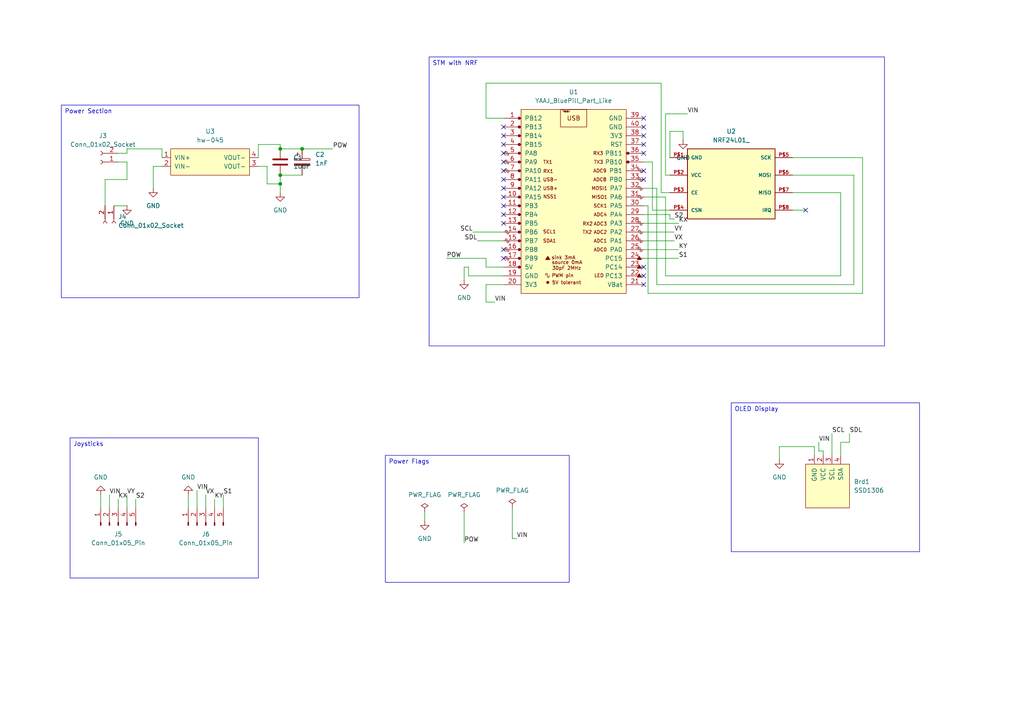
<source format=kicad_sch>
(kicad_sch
	(version 20250114)
	(generator "eeschema")
	(generator_version "9.0")
	(uuid "0c3e3d78-2678-4937-aeac-c3c5c328e996")
	(paper "A4")
	(lib_symbols
		(symbol "Connector:Conn_01x02_Socket"
			(pin_names
				(offset 1.016)
				(hide yes)
			)
			(exclude_from_sim no)
			(in_bom yes)
			(on_board yes)
			(property "Reference" "J"
				(at 0 2.54 0)
				(effects
					(font
						(size 1.27 1.27)
					)
				)
			)
			(property "Value" "Conn_01x02_Socket"
				(at 0 -5.08 0)
				(effects
					(font
						(size 1.27 1.27)
					)
				)
			)
			(property "Footprint" ""
				(at 0 0 0)
				(effects
					(font
						(size 1.27 1.27)
					)
					(hide yes)
				)
			)
			(property "Datasheet" "~"
				(at 0 0 0)
				(effects
					(font
						(size 1.27 1.27)
					)
					(hide yes)
				)
			)
			(property "Description" "Generic connector, single row, 01x02, script generated"
				(at 0 0 0)
				(effects
					(font
						(size 1.27 1.27)
					)
					(hide yes)
				)
			)
			(property "ki_locked" ""
				(at 0 0 0)
				(effects
					(font
						(size 1.27 1.27)
					)
				)
			)
			(property "ki_keywords" "connector"
				(at 0 0 0)
				(effects
					(font
						(size 1.27 1.27)
					)
					(hide yes)
				)
			)
			(property "ki_fp_filters" "Connector*:*_1x??_*"
				(at 0 0 0)
				(effects
					(font
						(size 1.27 1.27)
					)
					(hide yes)
				)
			)
			(symbol "Conn_01x02_Socket_1_1"
				(polyline
					(pts
						(xy -1.27 0) (xy -0.508 0)
					)
					(stroke
						(width 0.1524)
						(type default)
					)
					(fill
						(type none)
					)
				)
				(polyline
					(pts
						(xy -1.27 -2.54) (xy -0.508 -2.54)
					)
					(stroke
						(width 0.1524)
						(type default)
					)
					(fill
						(type none)
					)
				)
				(arc
					(start 0 -0.508)
					(mid -0.5058 0)
					(end 0 0.508)
					(stroke
						(width 0.1524)
						(type default)
					)
					(fill
						(type none)
					)
				)
				(arc
					(start 0 -3.048)
					(mid -0.5058 -2.54)
					(end 0 -2.032)
					(stroke
						(width 0.1524)
						(type default)
					)
					(fill
						(type none)
					)
				)
				(pin passive line
					(at -5.08 0 0)
					(length 3.81)
					(name "Pin_1"
						(effects
							(font
								(size 1.27 1.27)
							)
						)
					)
					(number "1"
						(effects
							(font
								(size 1.27 1.27)
							)
						)
					)
				)
				(pin passive line
					(at -5.08 -2.54 0)
					(length 3.81)
					(name "Pin_2"
						(effects
							(font
								(size 1.27 1.27)
							)
						)
					)
					(number "2"
						(effects
							(font
								(size 1.27 1.27)
							)
						)
					)
				)
			)
			(embedded_fonts no)
		)
		(symbol "Connector:Conn_01x05_Pin"
			(pin_names
				(offset 1.016)
				(hide yes)
			)
			(exclude_from_sim no)
			(in_bom yes)
			(on_board yes)
			(property "Reference" "J"
				(at 0 7.62 0)
				(effects
					(font
						(size 1.27 1.27)
					)
				)
			)
			(property "Value" "Conn_01x05_Pin"
				(at 0 -7.62 0)
				(effects
					(font
						(size 1.27 1.27)
					)
				)
			)
			(property "Footprint" ""
				(at 0 0 0)
				(effects
					(font
						(size 1.27 1.27)
					)
					(hide yes)
				)
			)
			(property "Datasheet" "~"
				(at 0 0 0)
				(effects
					(font
						(size 1.27 1.27)
					)
					(hide yes)
				)
			)
			(property "Description" "Generic connector, single row, 01x05, script generated"
				(at 0 0 0)
				(effects
					(font
						(size 1.27 1.27)
					)
					(hide yes)
				)
			)
			(property "ki_locked" ""
				(at 0 0 0)
				(effects
					(font
						(size 1.27 1.27)
					)
				)
			)
			(property "ki_keywords" "connector"
				(at 0 0 0)
				(effects
					(font
						(size 1.27 1.27)
					)
					(hide yes)
				)
			)
			(property "ki_fp_filters" "Connector*:*_1x??_*"
				(at 0 0 0)
				(effects
					(font
						(size 1.27 1.27)
					)
					(hide yes)
				)
			)
			(symbol "Conn_01x05_Pin_1_1"
				(rectangle
					(start 0.8636 5.207)
					(end 0 4.953)
					(stroke
						(width 0.1524)
						(type default)
					)
					(fill
						(type outline)
					)
				)
				(rectangle
					(start 0.8636 2.667)
					(end 0 2.413)
					(stroke
						(width 0.1524)
						(type default)
					)
					(fill
						(type outline)
					)
				)
				(rectangle
					(start 0.8636 0.127)
					(end 0 -0.127)
					(stroke
						(width 0.1524)
						(type default)
					)
					(fill
						(type outline)
					)
				)
				(rectangle
					(start 0.8636 -2.413)
					(end 0 -2.667)
					(stroke
						(width 0.1524)
						(type default)
					)
					(fill
						(type outline)
					)
				)
				(rectangle
					(start 0.8636 -4.953)
					(end 0 -5.207)
					(stroke
						(width 0.1524)
						(type default)
					)
					(fill
						(type outline)
					)
				)
				(polyline
					(pts
						(xy 1.27 5.08) (xy 0.8636 5.08)
					)
					(stroke
						(width 0.1524)
						(type default)
					)
					(fill
						(type none)
					)
				)
				(polyline
					(pts
						(xy 1.27 2.54) (xy 0.8636 2.54)
					)
					(stroke
						(width 0.1524)
						(type default)
					)
					(fill
						(type none)
					)
				)
				(polyline
					(pts
						(xy 1.27 0) (xy 0.8636 0)
					)
					(stroke
						(width 0.1524)
						(type default)
					)
					(fill
						(type none)
					)
				)
				(polyline
					(pts
						(xy 1.27 -2.54) (xy 0.8636 -2.54)
					)
					(stroke
						(width 0.1524)
						(type default)
					)
					(fill
						(type none)
					)
				)
				(polyline
					(pts
						(xy 1.27 -5.08) (xy 0.8636 -5.08)
					)
					(stroke
						(width 0.1524)
						(type default)
					)
					(fill
						(type none)
					)
				)
				(pin passive line
					(at 5.08 5.08 180)
					(length 3.81)
					(name "Pin_1"
						(effects
							(font
								(size 1.27 1.27)
							)
						)
					)
					(number "1"
						(effects
							(font
								(size 1.27 1.27)
							)
						)
					)
				)
				(pin passive line
					(at 5.08 2.54 180)
					(length 3.81)
					(name "Pin_2"
						(effects
							(font
								(size 1.27 1.27)
							)
						)
					)
					(number "2"
						(effects
							(font
								(size 1.27 1.27)
							)
						)
					)
				)
				(pin passive line
					(at 5.08 0 180)
					(length 3.81)
					(name "Pin_3"
						(effects
							(font
								(size 1.27 1.27)
							)
						)
					)
					(number "3"
						(effects
							(font
								(size 1.27 1.27)
							)
						)
					)
				)
				(pin passive line
					(at 5.08 -2.54 180)
					(length 3.81)
					(name "Pin_4"
						(effects
							(font
								(size 1.27 1.27)
							)
						)
					)
					(number "4"
						(effects
							(font
								(size 1.27 1.27)
							)
						)
					)
				)
				(pin passive line
					(at 5.08 -5.08 180)
					(length 3.81)
					(name "Pin_5"
						(effects
							(font
								(size 1.27 1.27)
							)
						)
					)
					(number "5"
						(effects
							(font
								(size 1.27 1.27)
							)
						)
					)
				)
			)
			(embedded_fonts no)
		)
		(symbol "Device:C"
			(pin_numbers
				(hide yes)
			)
			(pin_names
				(offset 0.254)
			)
			(exclude_from_sim no)
			(in_bom yes)
			(on_board yes)
			(property "Reference" "C"
				(at 0.635 2.54 0)
				(effects
					(font
						(size 1.27 1.27)
					)
					(justify left)
				)
			)
			(property "Value" "C"
				(at 0.635 -2.54 0)
				(effects
					(font
						(size 1.27 1.27)
					)
					(justify left)
				)
			)
			(property "Footprint" ""
				(at 0.9652 -3.81 0)
				(effects
					(font
						(size 1.27 1.27)
					)
					(hide yes)
				)
			)
			(property "Datasheet" "~"
				(at 0 0 0)
				(effects
					(font
						(size 1.27 1.27)
					)
					(hide yes)
				)
			)
			(property "Description" "Unpolarized capacitor"
				(at 0 0 0)
				(effects
					(font
						(size 1.27 1.27)
					)
					(hide yes)
				)
			)
			(property "ki_keywords" "cap capacitor"
				(at 0 0 0)
				(effects
					(font
						(size 1.27 1.27)
					)
					(hide yes)
				)
			)
			(property "ki_fp_filters" "C_*"
				(at 0 0 0)
				(effects
					(font
						(size 1.27 1.27)
					)
					(hide yes)
				)
			)
			(symbol "C_0_1"
				(polyline
					(pts
						(xy -2.032 0.762) (xy 2.032 0.762)
					)
					(stroke
						(width 0.508)
						(type default)
					)
					(fill
						(type none)
					)
				)
				(polyline
					(pts
						(xy -2.032 -0.762) (xy 2.032 -0.762)
					)
					(stroke
						(width 0.508)
						(type default)
					)
					(fill
						(type none)
					)
				)
			)
			(symbol "C_1_1"
				(pin passive line
					(at 0 3.81 270)
					(length 2.794)
					(name "~"
						(effects
							(font
								(size 1.27 1.27)
							)
						)
					)
					(number "1"
						(effects
							(font
								(size 1.27 1.27)
							)
						)
					)
				)
				(pin passive line
					(at 0 -3.81 90)
					(length 2.794)
					(name "~"
						(effects
							(font
								(size 1.27 1.27)
							)
						)
					)
					(number "2"
						(effects
							(font
								(size 1.27 1.27)
							)
						)
					)
				)
			)
			(embedded_fonts no)
		)
		(symbol "Device:C_Polarized"
			(pin_numbers
				(hide yes)
			)
			(pin_names
				(offset 0.254)
			)
			(exclude_from_sim no)
			(in_bom yes)
			(on_board yes)
			(property "Reference" "C"
				(at 0.635 2.54 0)
				(effects
					(font
						(size 1.27 1.27)
					)
					(justify left)
				)
			)
			(property "Value" "C_Polarized"
				(at 0.635 -2.54 0)
				(effects
					(font
						(size 1.27 1.27)
					)
					(justify left)
				)
			)
			(property "Footprint" ""
				(at 0.9652 -3.81 0)
				(effects
					(font
						(size 1.27 1.27)
					)
					(hide yes)
				)
			)
			(property "Datasheet" "~"
				(at 0 0 0)
				(effects
					(font
						(size 1.27 1.27)
					)
					(hide yes)
				)
			)
			(property "Description" "Polarized capacitor"
				(at 0 0 0)
				(effects
					(font
						(size 1.27 1.27)
					)
					(hide yes)
				)
			)
			(property "ki_keywords" "cap capacitor"
				(at 0 0 0)
				(effects
					(font
						(size 1.27 1.27)
					)
					(hide yes)
				)
			)
			(property "ki_fp_filters" "CP_*"
				(at 0 0 0)
				(effects
					(font
						(size 1.27 1.27)
					)
					(hide yes)
				)
			)
			(symbol "C_Polarized_0_1"
				(rectangle
					(start -2.286 0.508)
					(end 2.286 1.016)
					(stroke
						(width 0)
						(type default)
					)
					(fill
						(type none)
					)
				)
				(polyline
					(pts
						(xy -1.778 2.286) (xy -0.762 2.286)
					)
					(stroke
						(width 0)
						(type default)
					)
					(fill
						(type none)
					)
				)
				(polyline
					(pts
						(xy -1.27 2.794) (xy -1.27 1.778)
					)
					(stroke
						(width 0)
						(type default)
					)
					(fill
						(type none)
					)
				)
				(rectangle
					(start 2.286 -0.508)
					(end -2.286 -1.016)
					(stroke
						(width 0)
						(type default)
					)
					(fill
						(type outline)
					)
				)
			)
			(symbol "C_Polarized_1_1"
				(pin passive line
					(at 0 3.81 270)
					(length 2.794)
					(name "~"
						(effects
							(font
								(size 1.27 1.27)
							)
						)
					)
					(number "1"
						(effects
							(font
								(size 1.27 1.27)
							)
						)
					)
				)
				(pin passive line
					(at 0 -3.81 90)
					(length 2.794)
					(name "~"
						(effects
							(font
								(size 1.27 1.27)
							)
						)
					)
					(number "2"
						(effects
							(font
								(size 1.27 1.27)
							)
						)
					)
				)
			)
			(embedded_fonts no)
		)
		(symbol "NRF24L01_:NRF24L01_"
			(pin_names
				(offset 1.016)
			)
			(exclude_from_sim no)
			(in_bom yes)
			(on_board yes)
			(property "Reference" "U"
				(at -12.7179 12.7179 0)
				(effects
					(font
						(size 1.27 1.27)
					)
					(justify left bottom)
				)
			)
			(property "Value" "NRF24L01_"
				(at 0 0 0)
				(effects
					(font
						(size 1.27 1.27)
					)
					(justify bottom)
				)
			)
			(property "Footprint" "NRF24L01_:NRF24L01-PCB-AERIAL"
				(at 0 0 0)
				(effects
					(font
						(size 1.27 1.27)
					)
					(justify bottom)
					(hide yes)
				)
			)
			(property "Datasheet" ""
				(at 0 0 0)
				(effects
					(font
						(size 1.27 1.27)
					)
					(hide yes)
				)
			)
			(property "Description" ""
				(at 0 0 0)
				(effects
					(font
						(size 1.27 1.27)
					)
					(hide yes)
				)
			)
			(property "MF" "Nordic Semiconductor"
				(at 0 0 0)
				(effects
					(font
						(size 1.27 1.27)
					)
					(justify bottom)
					(hide yes)
				)
			)
			(property "Description_1" "IC RF TxRx Only General ISM > 1GHz  2.4GHz 20-VFQFN Exposed Pad"
				(at 0 0 0)
				(effects
					(font
						(size 1.27 1.27)
					)
					(justify bottom)
					(hide yes)
				)
			)
			(property "Package" "QFN-20 Nordic Semiconductor"
				(at 0 0 0)
				(effects
					(font
						(size 1.27 1.27)
					)
					(justify bottom)
					(hide yes)
				)
			)
			(property "Price" "None"
				(at 0 0 0)
				(effects
					(font
						(size 1.27 1.27)
					)
					(justify bottom)
					(hide yes)
				)
			)
			(property "SnapEDA_Link" "https://www.snapeda.com/parts/NRF24L01+/Nordic+Power/view-part/?ref=snap"
				(at 0 0 0)
				(effects
					(font
						(size 1.27 1.27)
					)
					(justify bottom)
					(hide yes)
				)
			)
			(property "MP" "NRF24L01+"
				(at 0 0 0)
				(effects
					(font
						(size 1.27 1.27)
					)
					(justify bottom)
					(hide yes)
				)
			)
			(property "Availability" "In Stock"
				(at 0 0 0)
				(effects
					(font
						(size 1.27 1.27)
					)
					(justify bottom)
					(hide yes)
				)
			)
			(property "Check_prices" "https://www.snapeda.com/parts/NRF24L01+/Nordic+Power/view-part/?ref=eda"
				(at 0 0 0)
				(effects
					(font
						(size 1.27 1.27)
					)
					(justify bottom)
					(hide yes)
				)
			)
			(symbol "NRF24L01__0_0"
				(rectangle
					(start -12.7 -10.16)
					(end 12.7 10.16)
					(stroke
						(width 0.254)
						(type default)
					)
					(fill
						(type background)
					)
				)
				(pin power_in line
					(at -17.78 7.62 0)
					(length 5.08)
					(name "GND"
						(effects
							(font
								(size 1.016 1.016)
							)
						)
					)
					(number "P$1"
						(effects
							(font
								(size 1.016 1.016)
							)
						)
					)
				)
				(pin power_in line
					(at -17.78 2.54 0)
					(length 5.08)
					(name "VCC"
						(effects
							(font
								(size 1.016 1.016)
							)
						)
					)
					(number "P$2"
						(effects
							(font
								(size 1.016 1.016)
							)
						)
					)
				)
				(pin bidirectional line
					(at -17.78 -2.54 0)
					(length 5.08)
					(name "CE"
						(effects
							(font
								(size 1.016 1.016)
							)
						)
					)
					(number "P$3"
						(effects
							(font
								(size 1.016 1.016)
							)
						)
					)
				)
				(pin bidirectional line
					(at -17.78 -7.62 0)
					(length 5.08)
					(name "CSN"
						(effects
							(font
								(size 1.016 1.016)
							)
						)
					)
					(number "P$4"
						(effects
							(font
								(size 1.016 1.016)
							)
						)
					)
				)
				(pin bidirectional line
					(at 17.78 7.62 180)
					(length 5.08)
					(name "SCK"
						(effects
							(font
								(size 1.016 1.016)
							)
						)
					)
					(number "P$5"
						(effects
							(font
								(size 1.016 1.016)
							)
						)
					)
				)
				(pin bidirectional line
					(at 17.78 2.54 180)
					(length 5.08)
					(name "MOSI"
						(effects
							(font
								(size 1.016 1.016)
							)
						)
					)
					(number "P$6"
						(effects
							(font
								(size 1.016 1.016)
							)
						)
					)
				)
				(pin bidirectional line
					(at 17.78 -2.54 180)
					(length 5.08)
					(name "MISO"
						(effects
							(font
								(size 1.016 1.016)
							)
						)
					)
					(number "P$7"
						(effects
							(font
								(size 1.016 1.016)
							)
						)
					)
				)
				(pin bidirectional line
					(at 17.78 -7.62 180)
					(length 5.08)
					(name "IRQ"
						(effects
							(font
								(size 1.016 1.016)
							)
						)
					)
					(number "P$8"
						(effects
							(font
								(size 1.016 1.016)
							)
						)
					)
				)
			)
			(embedded_fonts no)
		)
		(symbol "SSD1306-128x64_OLED:SSD1306"
			(pin_names
				(offset 1.016)
			)
			(exclude_from_sim no)
			(in_bom yes)
			(on_board yes)
			(property "Reference" "Brd"
				(at 0 -3.81 0)
				(effects
					(font
						(size 1.27 1.27)
					)
				)
			)
			(property "Value" "SSD1306"
				(at 0 -1.27 0)
				(effects
					(font
						(size 1.27 1.27)
					)
				)
			)
			(property "Footprint" ""
				(at 0 6.35 0)
				(effects
					(font
						(size 1.27 1.27)
					)
					(hide yes)
				)
			)
			(property "Datasheet" ""
				(at 0 6.35 0)
				(effects
					(font
						(size 1.27 1.27)
					)
					(hide yes)
				)
			)
			(property "Description" "SSD1306 OLED"
				(at 0 0 0)
				(effects
					(font
						(size 1.27 1.27)
					)
					(hide yes)
				)
			)
			(property "ki_keywords" "SSD1306"
				(at 0 0 0)
				(effects
					(font
						(size 1.27 1.27)
					)
					(hide yes)
				)
			)
			(property "ki_fp_filters" "SSD1306-128x64_OLED:SSD1306"
				(at 0 0 0)
				(effects
					(font
						(size 1.27 1.27)
					)
					(hide yes)
				)
			)
			(symbol "SSD1306_0_1"
				(rectangle
					(start -6.35 6.35)
					(end 6.35 -6.35)
					(stroke
						(width 0)
						(type solid)
					)
					(fill
						(type background)
					)
				)
			)
			(symbol "SSD1306_1_1"
				(pin input line
					(at -3.81 8.89 270)
					(length 2.54)
					(name "GND"
						(effects
							(font
								(size 1.27 1.27)
							)
						)
					)
					(number "1"
						(effects
							(font
								(size 1.27 1.27)
							)
						)
					)
				)
				(pin input line
					(at -1.27 8.89 270)
					(length 2.54)
					(name "VCC"
						(effects
							(font
								(size 1.27 1.27)
							)
						)
					)
					(number "2"
						(effects
							(font
								(size 1.27 1.27)
							)
						)
					)
				)
				(pin input line
					(at 1.27 8.89 270)
					(length 2.54)
					(name "SCL"
						(effects
							(font
								(size 1.27 1.27)
							)
						)
					)
					(number "3"
						(effects
							(font
								(size 1.27 1.27)
							)
						)
					)
				)
				(pin input line
					(at 3.81 8.89 270)
					(length 2.54)
					(name "SDA"
						(effects
							(font
								(size 1.27 1.27)
							)
						)
					)
					(number "4"
						(effects
							(font
								(size 1.27 1.27)
							)
						)
					)
				)
			)
			(embedded_fonts no)
		)
		(symbol "YAAJ_BluePill_Part_Like:YAAJ_BluePill_Part_Like"
			(pin_names
				(offset 1.016)
			)
			(exclude_from_sim no)
			(in_bom yes)
			(on_board yes)
			(property "Reference" "U"
				(at -12.7 25.4 0)
				(effects
					(font
						(size 1.27 1.27)
					)
				)
			)
			(property "Value" "YAAJ_BluePill_Part_Like"
				(at 0 2.54 90)
				(effects
					(font
						(size 1.27 1.27)
					)
				)
			)
			(property "Footprint" ""
				(at 17.78 -25.4 0)
				(effects
					(font
						(size 1.27 1.27)
					)
					(hide yes)
				)
			)
			(property "Datasheet" ""
				(at 17.78 -25.4 0)
				(effects
					(font
						(size 1.27 1.27)
					)
					(hide yes)
				)
			)
			(property "Description" "STM32 Blue Pill ; not KLC compliant"
				(at 0 0 0)
				(effects
					(font
						(size 1.27 1.27)
					)
					(hide yes)
				)
			)
			(property "ki_keywords" "module blue pill STM32"
				(at 0 0 0)
				(effects
					(font
						(size 1.27 1.27)
					)
					(hide yes)
				)
			)
			(symbol "YAAJ_BluePill_Part_Like_0_0"
				(circle
					(center -15.748 22.86)
					(radius 0.3556)
					(stroke
						(width 0)
						(type solid)
					)
					(fill
						(type outline)
					)
				)
				(circle
					(center -15.748 17.78)
					(radius 0.3556)
					(stroke
						(width 0)
						(type solid)
					)
					(fill
						(type outline)
					)
				)
				(circle
					(center -15.748 15.24)
					(radius 0.3556)
					(stroke
						(width 0)
						(type solid)
					)
					(fill
						(type outline)
					)
				)
				(circle
					(center -15.748 12.7)
					(radius 0.3556)
					(stroke
						(width 0)
						(type solid)
					)
					(fill
						(type outline)
					)
				)
				(circle
					(center -15.748 10.16)
					(radius 0.3556)
					(stroke
						(width 0)
						(type solid)
					)
					(fill
						(type outline)
					)
				)
				(circle
					(center -15.748 7.62)
					(radius 0.3556)
					(stroke
						(width 0)
						(type solid)
					)
					(fill
						(type outline)
					)
				)
				(circle
					(center -15.748 5.08)
					(radius 0.3556)
					(stroke
						(width 0)
						(type solid)
					)
					(fill
						(type outline)
					)
				)
				(circle
					(center -15.748 2.54)
					(radius 0.3556)
					(stroke
						(width 0)
						(type solid)
					)
					(fill
						(type outline)
					)
				)
				(circle
					(center -15.748 0)
					(radius 0.3556)
					(stroke
						(width 0)
						(type solid)
					)
					(fill
						(type outline)
					)
				)
				(circle
					(center -15.748 -2.54)
					(radius 0.3556)
					(stroke
						(width 0)
						(type solid)
					)
					(fill
						(type outline)
					)
				)
				(circle
					(center -15.748 -5.08)
					(radius 0.3556)
					(stroke
						(width 0)
						(type solid)
					)
					(fill
						(type outline)
					)
				)
				(circle
					(center -15.748 -7.62)
					(radius 0.3556)
					(stroke
						(width 0)
						(type solid)
					)
					(fill
						(type outline)
					)
				)
				(circle
					(center -15.748 -10.16)
					(radius 0.3556)
					(stroke
						(width 0)
						(type solid)
					)
					(fill
						(type outline)
					)
				)
				(circle
					(center -15.748 -12.7)
					(radius 0.3556)
					(stroke
						(width 0)
						(type solid)
					)
					(fill
						(type outline)
					)
				)
				(circle
					(center -15.748 -15.24)
					(radius 0.3556)
					(stroke
						(width 0)
						(type solid)
					)
					(fill
						(type outline)
					)
				)
				(circle
					(center -15.748 -17.78)
					(radius 0.3556)
					(stroke
						(width 0)
						(type solid)
					)
					(fill
						(type outline)
					)
				)
				(circle
					(center -15.748 -20.32)
					(radius 0.3556)
					(stroke
						(width 0)
						(type solid)
					)
					(fill
						(type outline)
					)
				)
				(polyline
					(pts
						(xy -8.128 -18.161) (xy -7.493 -17.145) (xy -6.858 -18.161) (xy -8.128 -18.161) (xy -7.493 -17.272)
						(xy -6.985 -18.161) (xy -8.001 -18.034) (xy -7.493 -17.399) (xy -7.112 -18.161) (xy -7.874 -17.907)
						(xy -7.366 -17.526) (xy -7.239 -18.161) (xy -7.747 -17.78) (xy -7.239 -17.653) (xy -7.366 -18.034)
						(xy -7.62 -17.78) (xy -7.366 -17.907) (xy -7.493 -17.653)
					)
					(stroke
						(width 0)
						(type solid)
					)
					(fill
						(type none)
					)
				)
				(circle
					(center -7.493 -24.765)
					(radius 0.127)
					(stroke
						(width 0)
						(type solid)
					)
					(fill
						(type outline)
					)
				)
				(circle
					(center -7.493 -24.765)
					(radius 0.254)
					(stroke
						(width 0)
						(type solid)
					)
					(fill
						(type none)
					)
				)
				(circle
					(center -7.493 -24.765)
					(radius 0.3556)
					(stroke
						(width 0)
						(type solid)
					)
					(fill
						(type none)
					)
				)
				(circle
					(center 15.748 12.7)
					(radius 0.254)
					(stroke
						(width 0)
						(type solid)
					)
					(fill
						(type outline)
					)
				)
				(circle
					(center 15.748 12.7)
					(radius 0.3556)
					(stroke
						(width 0)
						(type solid)
					)
					(fill
						(type none)
					)
				)
				(circle
					(center 15.748 10.16)
					(radius 0.254)
					(stroke
						(width 0)
						(type solid)
					)
					(fill
						(type outline)
					)
				)
				(circle
					(center 15.748 10.16)
					(radius 0.3556)
					(stroke
						(width 0)
						(type solid)
					)
					(fill
						(type none)
					)
				)
				(polyline
					(pts
						(xy 18.415 -18.161) (xy 19.05 -17.145) (xy 19.685 -18.161) (xy 18.415 -18.161) (xy 19.05 -17.272)
						(xy 19.558 -18.161) (xy 18.542 -18.034) (xy 19.05 -17.399) (xy 19.431 -18.161) (xy 18.669 -17.907)
						(xy 19.177 -17.526) (xy 19.304 -18.161) (xy 18.796 -17.78) (xy 19.304 -17.653) (xy 19.177 -18.034)
						(xy 18.923 -17.78) (xy 19.177 -17.907) (xy 19.05 -17.653)
					)
					(stroke
						(width 0)
						(type solid)
					)
					(fill
						(type none)
					)
				)
				(polyline
					(pts
						(xy 18.415 -20.701) (xy 19.05 -19.685) (xy 19.685 -20.701) (xy 18.415 -20.701) (xy 19.05 -19.812)
						(xy 19.558 -20.701) (xy 18.542 -20.574) (xy 19.05 -19.939) (xy 19.431 -20.701) (xy 18.669 -20.447)
						(xy 19.177 -20.066) (xy 19.304 -20.701) (xy 18.796 -20.32) (xy 19.304 -20.193) (xy 19.177 -20.574)
						(xy 18.923 -20.32) (xy 19.177 -20.447) (xy 19.05 -20.193)
					)
					(stroke
						(width 0)
						(type solid)
					)
					(fill
						(type none)
					)
				)
				(polyline
					(pts
						(xy 18.415 -23.241) (xy 19.05 -22.225) (xy 19.685 -23.241) (xy 18.415 -23.241) (xy 19.05 -22.352)
						(xy 19.558 -23.241) (xy 18.542 -23.114) (xy 19.05 -22.479) (xy 19.431 -23.241) (xy 18.669 -22.987)
						(xy 19.177 -22.606) (xy 19.304 -23.241) (xy 18.796 -22.86) (xy 19.304 -22.733) (xy 19.177 -23.114)
						(xy 18.923 -22.86) (xy 19.177 -22.987) (xy 19.05 -22.733)
					)
					(stroke
						(width 0)
						(type solid)
					)
					(fill
						(type none)
					)
				)
				(text "TX1"
					(at -7.493 10.16 0)
					(effects
						(font
							(size 0.9906 0.9906)
						)
					)
				)
				(text "RX1"
					(at -7.366 7.493 0)
					(effects
						(font
							(size 0.9906 0.9906)
						)
					)
				)
				(text "SCL1"
					(at -6.985 -10.033 0)
					(effects
						(font
							(size 0.9906 0.9906)
						)
					)
				)
				(text "SDA1"
					(at -6.985 -12.7 0)
					(effects
						(font
							(size 0.9906 0.9906)
						)
					)
				)
				(text "NSS1"
					(at -6.858 0.127 0)
					(effects
						(font
							(size 0.9906 0.9906)
						)
					)
				)
				(text "USB-"
					(at -6.731 5.08 0)
					(effects
						(font
							(size 0.9906 0.9906)
						)
					)
				)
				(text "USB+"
					(at -6.731 2.54 0)
					(effects
						(font
							(size 0.9906 0.9906)
						)
					)
				)
				(text "PWM pin"
					(at -3.175 -22.733 0)
					(effects
						(font
							(size 0.9906 0.9906)
						)
					)
				)
				(text "sink 3mA"
					(at -2.921 -17.526 0)
					(effects
						(font
							(size 0.9906 0.9906)
						)
					)
				)
				(text "Y@@J"
					(at -2.159 24.892 0)
					(effects
						(font
							(size 0.508 0.508)
						)
					)
				)
				(text "30pF 2MHz"
					(at -2.032 -20.574 0)
					(effects
						(font
							(size 0.9906 0.9906)
						)
					)
				)
				(text "5V tolerant"
					(at -2.032 -24.765 0)
					(effects
						(font
							(size 0.9906 0.9906)
						)
					)
				)
				(text "source 0mA"
					(at -1.905 -18.923 0)
					(effects
						(font
							(size 0.9906 0.9906)
						)
					)
				)
				(text "USB"
					(at 0 22.86 0)
					(effects
						(font
							(size 1.27 1.27)
						)
					)
				)
				(text "TX2"
					(at 3.937 -10.16 0)
					(effects
						(font
							(size 0.9906 0.9906)
						)
					)
				)
				(text "RX2"
					(at 4.064 -7.747 0)
					(effects
						(font
							(size 0.9906 0.9906)
						)
					)
				)
				(text "RX3"
					(at 7.112 12.7 0)
					(effects
						(font
							(size 0.9906 0.9906)
						)
					)
				)
				(text "TX3"
					(at 7.239 10.16 0)
					(effects
						(font
							(size 0.9906 0.9906)
						)
					)
				)
				(text "LED"
					(at 7.366 -22.733 0)
					(effects
						(font
							(size 0.9906 0.9906)
						)
					)
				)
				(text "MOSI1"
					(at 7.493 2.54 0)
					(effects
						(font
							(size 0.9906 0.9906)
						)
					)
				)
				(text "MISO1"
					(at 7.493 0 0)
					(effects
						(font
							(size 0.9906 0.9906)
						)
					)
				)
				(text "ADC9"
					(at 7.62 7.62 0)
					(effects
						(font
							(size 0.9906 0.9906)
						)
					)
				)
				(text "ADC8"
					(at 7.62 5.08 0)
					(effects
						(font
							(size 0.9906 0.9906)
						)
					)
				)
				(text "SCK1"
					(at 7.747 -2.54 0)
					(effects
						(font
							(size 0.9906 0.9906)
						)
					)
				)
				(text "ADC4"
					(at 7.747 -5.08 0)
					(effects
						(font
							(size 0.9906 0.9906)
						)
					)
				)
				(text "ADC3"
					(at 7.747 -7.747 0)
					(effects
						(font
							(size 0.9906 0.9906)
						)
					)
				)
				(text "ADC2"
					(at 7.747 -10.16 0)
					(effects
						(font
							(size 0.9906 0.9906)
						)
					)
				)
				(text "ADC1"
					(at 7.747 -12.7 0)
					(effects
						(font
							(size 0.9906 0.9906)
						)
					)
				)
				(text "ADC0"
					(at 7.747 -15.24 0)
					(effects
						(font
							(size 0.9906 0.9906)
						)
					)
				)
			)
			(symbol "YAAJ_BluePill_Part_Like_0_1"
				(polyline
					(pts
						(xy -18.796 12.7) (xy -18.796 12.192) (xy -19.304 12.192) (xy -19.304 13.208) (xy -19.812 13.208)
						(xy -19.812 12.7)
					)
					(stroke
						(width 0)
						(type solid)
					)
					(fill
						(type none)
					)
				)
				(polyline
					(pts
						(xy -18.796 10.16) (xy -18.796 9.652) (xy -19.304 9.652) (xy -19.304 10.668) (xy -19.812 10.668)
						(xy -19.812 10.16)
					)
					(stroke
						(width 0)
						(type solid)
					)
					(fill
						(type none)
					)
				)
				(polyline
					(pts
						(xy -18.796 7.62) (xy -18.796 7.112) (xy -19.304 7.112) (xy -19.304 8.128) (xy -19.812 8.128)
						(xy -19.812 7.62)
					)
					(stroke
						(width 0)
						(type solid)
					)
					(fill
						(type none)
					)
				)
				(polyline
					(pts
						(xy -18.796 -10.16) (xy -18.796 -10.668) (xy -19.304 -10.668) (xy -19.304 -9.652) (xy -19.812 -9.652)
						(xy -19.812 -10.16)
					)
					(stroke
						(width 0)
						(type solid)
					)
					(fill
						(type none)
					)
				)
				(polyline
					(pts
						(xy -18.796 -12.7) (xy -18.796 -13.208) (xy -19.304 -13.208) (xy -19.304 -12.192) (xy -19.812 -12.192)
						(xy -19.812 -12.7)
					)
					(stroke
						(width 0)
						(type solid)
					)
					(fill
						(type none)
					)
				)
				(polyline
					(pts
						(xy -18.796 -15.24) (xy -18.796 -15.748) (xy -19.304 -15.748) (xy -19.304 -14.732) (xy -19.812 -14.732)
						(xy -19.812 -15.24)
					)
					(stroke
						(width 0)
						(type solid)
					)
					(fill
						(type none)
					)
				)
				(polyline
					(pts
						(xy -18.796 -17.78) (xy -18.796 -18.288) (xy -19.304 -18.288) (xy -19.304 -17.272) (xy -19.812 -17.272)
						(xy -19.812 -17.78)
					)
					(stroke
						(width 0)
						(type solid)
					)
					(fill
						(type none)
					)
				)
				(rectangle
					(start -15.24 25.4)
					(end 15.24 -27.94)
					(stroke
						(width 0)
						(type solid)
					)
					(fill
						(type background)
					)
				)
				(polyline
					(pts
						(xy -7.112 -22.733) (xy -7.112 -23.241) (xy -7.62 -23.241) (xy -7.62 -22.225) (xy -8.128 -22.225)
						(xy -8.128 -22.733)
					)
					(stroke
						(width 0)
						(type solid)
					)
					(fill
						(type none)
					)
				)
				(rectangle
					(start 3.81 25.4)
					(end -3.81 20.32)
					(stroke
						(width 0)
						(type solid)
					)
					(fill
						(type none)
					)
				)
				(polyline
					(pts
						(xy 19.812 7.62) (xy 19.812 7.112) (xy 19.304 7.112) (xy 19.304 8.128) (xy 18.796 8.128) (xy 18.796 7.62)
					)
					(stroke
						(width 0)
						(type solid)
					)
					(fill
						(type none)
					)
				)
				(polyline
					(pts
						(xy 19.812 5.08) (xy 19.812 4.572) (xy 19.304 4.572) (xy 19.304 5.588) (xy 18.796 5.588) (xy 18.796 5.08)
					)
					(stroke
						(width 0)
						(type solid)
					)
					(fill
						(type none)
					)
				)
				(polyline
					(pts
						(xy 19.812 2.54) (xy 19.812 2.032) (xy 19.304 2.032) (xy 19.304 3.048) (xy 18.796 3.048) (xy 18.796 2.54)
					)
					(stroke
						(width 0)
						(type solid)
					)
					(fill
						(type none)
					)
				)
				(polyline
					(pts
						(xy 19.812 0) (xy 19.812 -0.508) (xy 19.304 -0.508) (xy 19.304 0.508) (xy 18.796 0.508) (xy 18.796 0)
					)
					(stroke
						(width 0)
						(type solid)
					)
					(fill
						(type none)
					)
				)
				(polyline
					(pts
						(xy 19.812 -7.62) (xy 19.812 -8.128) (xy 19.304 -8.128) (xy 19.304 -7.112) (xy 18.796 -7.112)
						(xy 18.796 -7.62)
					)
					(stroke
						(width 0)
						(type solid)
					)
					(fill
						(type none)
					)
				)
				(polyline
					(pts
						(xy 19.812 -10.16) (xy 19.812 -10.668) (xy 19.304 -10.668) (xy 19.304 -9.652) (xy 18.796 -9.652)
						(xy 18.796 -10.16)
					)
					(stroke
						(width 0)
						(type solid)
					)
					(fill
						(type none)
					)
				)
				(polyline
					(pts
						(xy 19.812 -12.7) (xy 19.812 -13.208) (xy 19.304 -13.208) (xy 19.304 -12.192) (xy 18.796 -12.192)
						(xy 18.796 -12.7)
					)
					(stroke
						(width 0)
						(type solid)
					)
					(fill
						(type none)
					)
				)
				(polyline
					(pts
						(xy 19.812 -15.24) (xy 19.812 -15.748) (xy 19.304 -15.748) (xy 19.304 -14.732) (xy 18.796 -14.732)
						(xy 18.796 -15.24)
					)
					(stroke
						(width 0)
						(type solid)
					)
					(fill
						(type none)
					)
				)
			)
			(symbol "YAAJ_BluePill_Part_Like_1_1"
				(circle
					(center -15.748 20.32)
					(radius 0.3556)
					(stroke
						(width 0)
						(type solid)
					)
					(fill
						(type outline)
					)
				)
				(pin bidirectional line
					(at -20.32 22.86 0)
					(length 5.08)
					(name "PB12"
						(effects
							(font
								(size 1.27 1.27)
							)
						)
					)
					(number "1"
						(effects
							(font
								(size 1.27 1.27)
							)
						)
					)
				)
				(pin bidirectional line
					(at -20.32 20.32 0)
					(length 5.08)
					(name "PB13"
						(effects
							(font
								(size 1.27 1.27)
							)
						)
					)
					(number "2"
						(effects
							(font
								(size 1.27 1.27)
							)
						)
					)
				)
				(pin bidirectional line
					(at -20.32 17.78 0)
					(length 5.08)
					(name "PB14"
						(effects
							(font
								(size 1.27 1.27)
							)
						)
					)
					(number "3"
						(effects
							(font
								(size 1.27 1.27)
							)
						)
					)
				)
				(pin bidirectional line
					(at -20.32 15.24 0)
					(length 5.08)
					(name "PB15"
						(effects
							(font
								(size 1.27 1.27)
							)
						)
					)
					(number "4"
						(effects
							(font
								(size 1.27 1.27)
							)
						)
					)
				)
				(pin bidirectional line
					(at -20.32 12.7 0)
					(length 5.08)
					(name "PA8"
						(effects
							(font
								(size 1.27 1.27)
							)
						)
					)
					(number "5"
						(effects
							(font
								(size 1.27 1.27)
							)
						)
					)
				)
				(pin bidirectional line
					(at -20.32 10.16 0)
					(length 5.08)
					(name "PA9"
						(effects
							(font
								(size 1.27 1.27)
							)
						)
					)
					(number "6"
						(effects
							(font
								(size 1.27 1.27)
							)
						)
					)
				)
				(pin bidirectional line
					(at -20.32 7.62 0)
					(length 5.08)
					(name "PA10"
						(effects
							(font
								(size 1.27 1.27)
							)
						)
					)
					(number "7"
						(effects
							(font
								(size 1.27 1.27)
							)
						)
					)
				)
				(pin bidirectional line
					(at -20.32 5.08 0)
					(length 5.08)
					(name "PA11"
						(effects
							(font
								(size 1.27 1.27)
							)
						)
					)
					(number "8"
						(effects
							(font
								(size 1.27 1.27)
							)
						)
					)
				)
				(pin bidirectional line
					(at -20.32 2.54 0)
					(length 5.08)
					(name "PA12"
						(effects
							(font
								(size 1.27 1.27)
							)
						)
					)
					(number "9"
						(effects
							(font
								(size 1.27 1.27)
							)
						)
					)
				)
				(pin bidirectional line
					(at -20.32 0 0)
					(length 5.08)
					(name "PA15"
						(effects
							(font
								(size 1.27 1.27)
							)
						)
					)
					(number "10"
						(effects
							(font
								(size 1.27 1.27)
							)
						)
					)
				)
				(pin bidirectional line
					(at -20.32 -2.54 0)
					(length 5.08)
					(name "PB3"
						(effects
							(font
								(size 1.27 1.27)
							)
						)
					)
					(number "11"
						(effects
							(font
								(size 1.27 1.27)
							)
						)
					)
				)
				(pin bidirectional line
					(at -20.32 -5.08 0)
					(length 5.08)
					(name "PB4"
						(effects
							(font
								(size 1.27 1.27)
							)
						)
					)
					(number "12"
						(effects
							(font
								(size 1.27 1.27)
							)
						)
					)
				)
				(pin bidirectional line
					(at -20.32 -7.62 0)
					(length 5.08)
					(name "PB5"
						(effects
							(font
								(size 1.27 1.27)
							)
						)
					)
					(number "13"
						(effects
							(font
								(size 1.27 1.27)
							)
						)
					)
				)
				(pin bidirectional line
					(at -20.32 -10.16 0)
					(length 5.08)
					(name "PB6"
						(effects
							(font
								(size 1.27 1.27)
							)
						)
					)
					(number "14"
						(effects
							(font
								(size 1.27 1.27)
							)
						)
					)
				)
				(pin bidirectional line
					(at -20.32 -12.7 0)
					(length 5.08)
					(name "PB7"
						(effects
							(font
								(size 1.27 1.27)
							)
						)
					)
					(number "15"
						(effects
							(font
								(size 1.27 1.27)
							)
						)
					)
				)
				(pin bidirectional line
					(at -20.32 -15.24 0)
					(length 5.08)
					(name "PB8"
						(effects
							(font
								(size 1.27 1.27)
							)
						)
					)
					(number "16"
						(effects
							(font
								(size 1.27 1.27)
							)
						)
					)
				)
				(pin bidirectional line
					(at -20.32 -17.78 0)
					(length 5.08)
					(name "PB9"
						(effects
							(font
								(size 1.27 1.27)
							)
						)
					)
					(number "17"
						(effects
							(font
								(size 1.27 1.27)
							)
						)
					)
				)
				(pin power_in line
					(at -20.32 -20.32 0)
					(length 5.08)
					(name "5V"
						(effects
							(font
								(size 1.27 1.27)
							)
						)
					)
					(number "18"
						(effects
							(font
								(size 1.27 1.27)
							)
						)
					)
				)
				(pin power_in line
					(at -20.32 -22.86 0)
					(length 5.08)
					(name "GND"
						(effects
							(font
								(size 1.27 1.27)
							)
						)
					)
					(number "19"
						(effects
							(font
								(size 1.27 1.27)
							)
						)
					)
				)
				(pin power_in line
					(at -20.32 -25.4 0)
					(length 5.08)
					(name "3V3"
						(effects
							(font
								(size 1.27 1.27)
							)
						)
					)
					(number "20"
						(effects
							(font
								(size 1.27 1.27)
							)
						)
					)
				)
				(pin power_in line
					(at 20.32 22.86 180)
					(length 5.08)
					(name "GND"
						(effects
							(font
								(size 1.27 1.27)
							)
						)
					)
					(number "39"
						(effects
							(font
								(size 1.27 1.27)
							)
						)
					)
				)
				(pin power_in line
					(at 20.32 20.32 180)
					(length 5.08)
					(name "GND"
						(effects
							(font
								(size 1.27 1.27)
							)
						)
					)
					(number "40"
						(effects
							(font
								(size 1.27 1.27)
							)
						)
					)
				)
				(pin power_in line
					(at 20.32 17.78 180)
					(length 5.08)
					(name "3V3"
						(effects
							(font
								(size 1.27 1.27)
							)
						)
					)
					(number "38"
						(effects
							(font
								(size 1.27 1.27)
							)
						)
					)
				)
				(pin input line
					(at 20.32 15.24 180)
					(length 5.08)
					(name "RST"
						(effects
							(font
								(size 1.27 1.27)
							)
						)
					)
					(number "37"
						(effects
							(font
								(size 1.27 1.27)
							)
						)
					)
				)
				(pin bidirectional line
					(at 20.32 12.7 180)
					(length 5.08)
					(name "PB11"
						(effects
							(font
								(size 1.27 1.27)
							)
						)
					)
					(number "36"
						(effects
							(font
								(size 1.27 1.27)
							)
						)
					)
				)
				(pin bidirectional line
					(at 20.32 10.16 180)
					(length 5.08)
					(name "PB10"
						(effects
							(font
								(size 1.27 1.27)
							)
						)
					)
					(number "35"
						(effects
							(font
								(size 1.27 1.27)
							)
						)
					)
				)
				(pin bidirectional line
					(at 20.32 7.62 180)
					(length 5.08)
					(name "PB1"
						(effects
							(font
								(size 1.27 1.27)
							)
						)
					)
					(number "34"
						(effects
							(font
								(size 1.27 1.27)
							)
						)
					)
				)
				(pin bidirectional line
					(at 20.32 5.08 180)
					(length 5.08)
					(name "PB0"
						(effects
							(font
								(size 1.27 1.27)
							)
						)
					)
					(number "33"
						(effects
							(font
								(size 1.27 1.27)
							)
						)
					)
				)
				(pin bidirectional line
					(at 20.32 2.54 180)
					(length 5.08)
					(name "PA7"
						(effects
							(font
								(size 1.27 1.27)
							)
						)
					)
					(number "32"
						(effects
							(font
								(size 1.27 1.27)
							)
						)
					)
				)
				(pin bidirectional line
					(at 20.32 0 180)
					(length 5.08)
					(name "PA6"
						(effects
							(font
								(size 1.27 1.27)
							)
						)
					)
					(number "31"
						(effects
							(font
								(size 1.27 1.27)
							)
						)
					)
				)
				(pin bidirectional line
					(at 20.32 -2.54 180)
					(length 5.08)
					(name "PA5"
						(effects
							(font
								(size 1.27 1.27)
							)
						)
					)
					(number "30"
						(effects
							(font
								(size 1.27 1.27)
							)
						)
					)
				)
				(pin bidirectional line
					(at 20.32 -5.08 180)
					(length 5.08)
					(name "PA4"
						(effects
							(font
								(size 1.27 1.27)
							)
						)
					)
					(number "29"
						(effects
							(font
								(size 1.27 1.27)
							)
						)
					)
				)
				(pin bidirectional line
					(at 20.32 -7.62 180)
					(length 5.08)
					(name "PA3"
						(effects
							(font
								(size 1.27 1.27)
							)
						)
					)
					(number "28"
						(effects
							(font
								(size 1.27 1.27)
							)
						)
					)
				)
				(pin bidirectional line
					(at 20.32 -10.16 180)
					(length 5.08)
					(name "PA2"
						(effects
							(font
								(size 1.27 1.27)
							)
						)
					)
					(number "27"
						(effects
							(font
								(size 1.27 1.27)
							)
						)
					)
				)
				(pin bidirectional line
					(at 20.32 -12.7 180)
					(length 5.08)
					(name "PA1"
						(effects
							(font
								(size 1.27 1.27)
							)
						)
					)
					(number "26"
						(effects
							(font
								(size 1.27 1.27)
							)
						)
					)
				)
				(pin bidirectional line
					(at 20.32 -15.24 180)
					(length 5.08)
					(name "PA0"
						(effects
							(font
								(size 1.27 1.27)
							)
						)
					)
					(number "25"
						(effects
							(font
								(size 1.27 1.27)
							)
						)
					)
				)
				(pin bidirectional line
					(at 20.32 -17.78 180)
					(length 5.08)
					(name "PC15"
						(effects
							(font
								(size 1.27 1.27)
							)
						)
					)
					(number "24"
						(effects
							(font
								(size 1.27 1.27)
							)
						)
					)
				)
				(pin bidirectional line
					(at 20.32 -20.32 180)
					(length 5.08)
					(name "PC14"
						(effects
							(font
								(size 1.27 1.27)
							)
						)
					)
					(number "23"
						(effects
							(font
								(size 1.27 1.27)
							)
						)
					)
				)
				(pin bidirectional line
					(at 20.32 -22.86 180)
					(length 5.08)
					(name "PC13"
						(effects
							(font
								(size 1.27 1.27)
							)
						)
					)
					(number "22"
						(effects
							(font
								(size 1.27 1.27)
							)
						)
					)
				)
				(pin power_in line
					(at 20.32 -25.4 180)
					(length 5.08)
					(name "VBat"
						(effects
							(font
								(size 1.27 1.27)
							)
						)
					)
					(number "21"
						(effects
							(font
								(size 1.27 1.27)
							)
						)
					)
				)
			)
			(embedded_fonts no)
		)
		(symbol "hw-045:hw-045"
			(pin_names
				(offset 1.016)
			)
			(exclude_from_sim no)
			(in_bom yes)
			(on_board yes)
			(property "Reference" "U"
				(at 0 0 0)
				(effects
					(font
						(size 1.27 1.27)
					)
				)
			)
			(property "Value" "hw-045"
				(at 0 1.905 0)
				(effects
					(font
						(size 1.27 1.27)
					)
				)
			)
			(property "Footprint" ""
				(at 0 0 0)
				(effects
					(font
						(size 1.27 1.27)
					)
					(hide yes)
				)
			)
			(property "Datasheet" ""
				(at 0 0 0)
				(effects
					(font
						(size 1.27 1.27)
					)
					(hide yes)
				)
			)
			(property "Description" ""
				(at 0 0 0)
				(effects
					(font
						(size 1.27 1.27)
					)
					(hide yes)
				)
			)
			(symbol "hw-045_0_1"
				(rectangle
					(start -10.16 5.08)
					(end 12.7 -2.54)
					(stroke
						(width 0)
						(type solid)
					)
					(fill
						(type background)
					)
				)
			)
			(symbol "hw-045_1_1"
				(pin input line
					(at -12.7 2.54 0)
					(length 2.54)
					(name "VIN+"
						(effects
							(font
								(size 1.27 1.27)
							)
						)
					)
					(number "1"
						(effects
							(font
								(size 1.27 1.27)
							)
						)
					)
				)
				(pin input line
					(at -12.7 0 0)
					(length 2.54)
					(name "VIN-"
						(effects
							(font
								(size 1.27 1.27)
							)
						)
					)
					(number "2"
						(effects
							(font
								(size 1.27 1.27)
							)
						)
					)
				)
				(pin input line
					(at 15.24 2.54 180)
					(length 2.54)
					(name "VOUT-"
						(effects
							(font
								(size 1.27 1.27)
							)
						)
					)
					(number "4"
						(effects
							(font
								(size 1.27 1.27)
							)
						)
					)
				)
				(pin input line
					(at 15.24 0 180)
					(length 2.54)
					(name "VOUT-"
						(effects
							(font
								(size 1.27 1.27)
							)
						)
					)
					(number "3"
						(effects
							(font
								(size 1.27 1.27)
							)
						)
					)
				)
			)
			(embedded_fonts no)
		)
		(symbol "power:GND"
			(power)
			(pin_numbers
				(hide yes)
			)
			(pin_names
				(offset 0)
				(hide yes)
			)
			(exclude_from_sim no)
			(in_bom yes)
			(on_board yes)
			(property "Reference" "#PWR"
				(at 0 -6.35 0)
				(effects
					(font
						(size 1.27 1.27)
					)
					(hide yes)
				)
			)
			(property "Value" "GND"
				(at 0 -3.81 0)
				(effects
					(font
						(size 1.27 1.27)
					)
				)
			)
			(property "Footprint" ""
				(at 0 0 0)
				(effects
					(font
						(size 1.27 1.27)
					)
					(hide yes)
				)
			)
			(property "Datasheet" ""
				(at 0 0 0)
				(effects
					(font
						(size 1.27 1.27)
					)
					(hide yes)
				)
			)
			(property "Description" "Power symbol creates a global label with name \"GND\" , ground"
				(at 0 0 0)
				(effects
					(font
						(size 1.27 1.27)
					)
					(hide yes)
				)
			)
			(property "ki_keywords" "global power"
				(at 0 0 0)
				(effects
					(font
						(size 1.27 1.27)
					)
					(hide yes)
				)
			)
			(symbol "GND_0_1"
				(polyline
					(pts
						(xy 0 0) (xy 0 -1.27) (xy 1.27 -1.27) (xy 0 -2.54) (xy -1.27 -1.27) (xy 0 -1.27)
					)
					(stroke
						(width 0)
						(type default)
					)
					(fill
						(type none)
					)
				)
			)
			(symbol "GND_1_1"
				(pin power_in line
					(at 0 0 270)
					(length 0)
					(name "~"
						(effects
							(font
								(size 1.27 1.27)
							)
						)
					)
					(number "1"
						(effects
							(font
								(size 1.27 1.27)
							)
						)
					)
				)
			)
			(embedded_fonts no)
		)
		(symbol "power:PWR_FLAG"
			(power)
			(pin_numbers
				(hide yes)
			)
			(pin_names
				(offset 0)
				(hide yes)
			)
			(exclude_from_sim no)
			(in_bom yes)
			(on_board yes)
			(property "Reference" "#FLG"
				(at 0 1.905 0)
				(effects
					(font
						(size 1.27 1.27)
					)
					(hide yes)
				)
			)
			(property "Value" "PWR_FLAG"
				(at 0 3.81 0)
				(effects
					(font
						(size 1.27 1.27)
					)
				)
			)
			(property "Footprint" ""
				(at 0 0 0)
				(effects
					(font
						(size 1.27 1.27)
					)
					(hide yes)
				)
			)
			(property "Datasheet" "~"
				(at 0 0 0)
				(effects
					(font
						(size 1.27 1.27)
					)
					(hide yes)
				)
			)
			(property "Description" "Special symbol for telling ERC where power comes from"
				(at 0 0 0)
				(effects
					(font
						(size 1.27 1.27)
					)
					(hide yes)
				)
			)
			(property "ki_keywords" "flag power"
				(at 0 0 0)
				(effects
					(font
						(size 1.27 1.27)
					)
					(hide yes)
				)
			)
			(symbol "PWR_FLAG_0_0"
				(pin power_out line
					(at 0 0 90)
					(length 0)
					(name "~"
						(effects
							(font
								(size 1.27 1.27)
							)
						)
					)
					(number "1"
						(effects
							(font
								(size 1.27 1.27)
							)
						)
					)
				)
			)
			(symbol "PWR_FLAG_0_1"
				(polyline
					(pts
						(xy 0 0) (xy 0 1.27) (xy -1.016 1.905) (xy 0 2.54) (xy 1.016 1.905) (xy 0 1.27)
					)
					(stroke
						(width 0)
						(type default)
					)
					(fill
						(type none)
					)
				)
			)
			(embedded_fonts no)
		)
	)
	(text_box "Power Section\n"
		(exclude_from_sim no)
		(at 17.78 30.48 0)
		(size 86.36 55.88)
		(margins 0.9525 0.9525 0.9525 0.9525)
		(stroke
			(width 0)
			(type solid)
		)
		(fill
			(type none)
		)
		(effects
			(font
				(size 1.27 1.27)
			)
			(justify left top)
		)
		(uuid "01a3ed4b-7090-460d-a010-96e4dda3f7f9")
	)
	(text_box "STM with NRF"
		(exclude_from_sim no)
		(at 124.46 16.51 0)
		(size 132.08 83.82)
		(margins 0.9525 0.9525 0.9525 0.9525)
		(stroke
			(width 0)
			(type solid)
		)
		(fill
			(type none)
		)
		(effects
			(font
				(size 1.27 1.27)
			)
			(justify left top)
		)
		(uuid "540cd330-de85-4ac6-af4e-72ccd5df8535")
	)
	(text_box "Joysticks"
		(exclude_from_sim no)
		(at 20.32 127 0)
		(size 54.61 40.64)
		(margins 0.9525 0.9525 0.9525 0.9525)
		(stroke
			(width 0)
			(type solid)
		)
		(fill
			(type none)
		)
		(effects
			(font
				(size 1.27 1.27)
			)
			(justify left top)
		)
		(uuid "742d2d3e-9197-4a49-9252-eb69973261b0")
	)
	(text_box "OLED Display\n"
		(exclude_from_sim no)
		(at 212.09 116.84 0)
		(size 54.61 43.18)
		(margins 0.9525 0.9525 0.9525 0.9525)
		(stroke
			(width 0)
			(type solid)
		)
		(fill
			(type none)
		)
		(effects
			(font
				(size 1.27 1.27)
			)
			(justify left top)
		)
		(uuid "ec5eda62-f506-47ea-bf77-2bbc109dd5cd")
	)
	(text_box "Power Flags"
		(exclude_from_sim no)
		(at 111.76 132.08 0)
		(size 53.34 36.83)
		(margins 0.9525 0.9525 0.9525 0.9525)
		(stroke
			(width 0)
			(type solid)
		)
		(fill
			(type none)
		)
		(effects
			(font
				(size 1.27 1.27)
			)
			(justify left top)
		)
		(uuid "ee480197-b066-49e7-b362-c8b8e402602a")
	)
	(junction
		(at 81.28 50.8)
		(diameter 0)
		(color 0 0 0 0)
		(uuid "4dd43cab-61ec-439d-9ce4-01dd2fe3d137")
	)
	(junction
		(at 81.28 53.34)
		(diameter 0)
		(color 0 0 0 0)
		(uuid "5ae78cc8-b342-4c81-9ce5-bcf6be7f956b")
	)
	(junction
		(at 81.28 43.18)
		(diameter 0)
		(color 0 0 0 0)
		(uuid "87c76006-5fda-4c81-b62c-42876ca608b9")
	)
	(junction
		(at 87.63 43.18)
		(diameter 0)
		(color 0 0 0 0)
		(uuid "df1140bb-6d21-4c4b-8464-99453ad06a9e")
	)
	(no_connect
		(at 186.69 34.29)
		(uuid "0a4665cd-cf80-4194-894d-046183c242a0")
	)
	(no_connect
		(at 146.05 44.45)
		(uuid "17cf83ff-9c4f-49cb-a935-dc3c77acc472")
	)
	(no_connect
		(at 186.69 44.45)
		(uuid "25031275-122e-4b18-9cc1-3c5eead8bccf")
	)
	(no_connect
		(at 146.05 64.77)
		(uuid "25f13fb7-11da-4b93-9541-1bebc73605a8")
	)
	(no_connect
		(at 146.05 74.93)
		(uuid "2a1e039b-d683-4312-b725-80cda27bf40f")
	)
	(no_connect
		(at 146.05 62.23)
		(uuid "2f13108f-fb5b-4da8-a7e2-1c7a6ea653cc")
	)
	(no_connect
		(at 186.69 52.07)
		(uuid "311ea5fa-5eca-4fcb-ae70-595d539a59e0")
	)
	(no_connect
		(at 186.69 77.47)
		(uuid "323439bc-0fee-4389-9b99-2bbac60134b6")
	)
	(no_connect
		(at 186.69 41.91)
		(uuid "335f2437-f0ac-4b25-a173-b1765cd9889d")
	)
	(no_connect
		(at 146.05 41.91)
		(uuid "3dd2f5a5-1ec7-41d3-afc2-19b5f6b1c446")
	)
	(no_connect
		(at 186.69 49.53)
		(uuid "4f05e1b5-7dd9-4b57-95f3-d66f3b00161d")
	)
	(no_connect
		(at 186.69 36.83)
		(uuid "5040cc20-2ed5-4596-9a56-5858ec1af3cc")
	)
	(no_connect
		(at 146.05 59.69)
		(uuid "5495bbe6-2ea9-42bc-a3a3-854c9d85e2ff")
	)
	(no_connect
		(at 186.69 39.37)
		(uuid "678cd99b-cf1c-4b20-bd2d-94085698e963")
	)
	(no_connect
		(at 146.05 49.53)
		(uuid "69ada14d-41c7-4854-8a7c-c2fea80fb460")
	)
	(no_connect
		(at 186.69 80.01)
		(uuid "6de1a414-6d72-4801-806a-397db2d44093")
	)
	(no_connect
		(at 146.05 54.61)
		(uuid "7bcfa411-0897-4b91-a5a6-dc7d64801a94")
	)
	(no_connect
		(at 146.05 57.15)
		(uuid "882a4ef0-eb2c-481e-8802-17a437200160")
	)
	(no_connect
		(at 146.05 72.39)
		(uuid "9bb8de79-8324-48fd-82cd-b34792409c1e")
	)
	(no_connect
		(at 186.69 82.55)
		(uuid "a5834f08-11f9-4dd8-adf4-ef4665067768")
	)
	(no_connect
		(at 146.05 36.83)
		(uuid "a96242fd-5e00-4842-b882-74fb24f16d33")
	)
	(no_connect
		(at 233.68 60.96)
		(uuid "bd26666d-a188-4701-9f94-0068687bd7ca")
	)
	(no_connect
		(at 146.05 46.99)
		(uuid "c3be748b-8182-4800-b60d-489e7013266d")
	)
	(no_connect
		(at 146.05 39.37)
		(uuid "d36d2112-3ac7-41e3-adcd-7c7df5a45808")
	)
	(no_connect
		(at 146.05 52.07)
		(uuid "ee1acb56-df2c-4204-acfe-00145c058652")
	)
	(wire
		(pts
			(xy 81.28 43.18) (xy 87.63 43.18)
		)
		(stroke
			(width 0)
			(type default)
		)
		(uuid "07736dc9-9807-43f4-9a8c-bb2defbf1d07")
	)
	(wire
		(pts
			(xy 186.69 74.93) (xy 196.85 74.93)
		)
		(stroke
			(width 0)
			(type default)
		)
		(uuid "0998e311-2969-4da8-8d57-aec8d90db5bb")
	)
	(wire
		(pts
			(xy 190.5 82.55) (xy 190.5 54.61)
		)
		(stroke
			(width 0)
			(type default)
		)
		(uuid "09d61c50-5285-4562-8487-04028ccbfa8a")
	)
	(wire
		(pts
			(xy 134.62 77.47) (xy 134.62 81.28)
		)
		(stroke
			(width 0)
			(type default)
		)
		(uuid "0e8e7303-2e71-4ffb-824d-196e08b0d06f")
	)
	(wire
		(pts
			(xy 39.37 144.78) (xy 39.37 147.32)
		)
		(stroke
			(width 0)
			(type default)
		)
		(uuid "11272de4-04dc-448f-8953-4058b3f6641e")
	)
	(wire
		(pts
			(xy 123.19 148.59) (xy 123.19 151.13)
		)
		(stroke
			(width 0)
			(type default)
		)
		(uuid "13248cba-3b0e-408c-83af-969e7f5182ca")
	)
	(wire
		(pts
			(xy 143.51 87.63) (xy 140.97 87.63)
		)
		(stroke
			(width 0)
			(type default)
		)
		(uuid "152da114-75a2-479c-aa3c-3049bcc3e6b8")
	)
	(wire
		(pts
			(xy 34.29 44.45) (xy 36.83 44.45)
		)
		(stroke
			(width 0)
			(type default)
		)
		(uuid "164ace39-81ed-4646-ad08-688e4ea99766")
	)
	(wire
		(pts
			(xy 137.16 67.31) (xy 146.05 67.31)
		)
		(stroke
			(width 0)
			(type default)
		)
		(uuid "1738ddf3-9798-4606-bc87-51cc1691ad22")
	)
	(wire
		(pts
			(xy 77.47 48.26) (xy 77.47 53.34)
		)
		(stroke
			(width 0)
			(type default)
		)
		(uuid "17d80726-80e4-4e8c-8569-0a5664df3952")
	)
	(wire
		(pts
			(xy 81.28 41.91) (xy 81.28 43.18)
		)
		(stroke
			(width 0)
			(type default)
		)
		(uuid "1db25a02-facd-4239-9c5a-d94ae45322ee")
	)
	(wire
		(pts
			(xy 138.43 69.85) (xy 146.05 69.85)
		)
		(stroke
			(width 0)
			(type default)
		)
		(uuid "1ec0aeec-2796-4888-9afb-dfc42fb43629")
	)
	(wire
		(pts
			(xy 36.83 52.07) (xy 30.48 52.07)
		)
		(stroke
			(width 0)
			(type default)
		)
		(uuid "21b69ce4-52cf-46db-8bcb-ccf0b1cfd04c")
	)
	(wire
		(pts
			(xy 74.93 41.91) (xy 74.93 45.72)
		)
		(stroke
			(width 0)
			(type default)
		)
		(uuid "236047ac-849c-4d39-bc88-481baa9e984b")
	)
	(wire
		(pts
			(xy 198.12 38.1) (xy 194.31 38.1)
		)
		(stroke
			(width 0)
			(type default)
		)
		(uuid "256b404a-c261-4242-9a1a-ccdd80f5f74e")
	)
	(wire
		(pts
			(xy 81.28 53.34) (xy 81.28 55.88)
		)
		(stroke
			(width 0)
			(type default)
		)
		(uuid "292a015e-ffdc-4cda-9ff0-843551f658bd")
	)
	(wire
		(pts
			(xy 229.87 50.8) (xy 247.65 50.8)
		)
		(stroke
			(width 0)
			(type default)
		)
		(uuid "2f2be7bf-4c1d-4fc3-ac35-831b0afc41c8")
	)
	(wire
		(pts
			(xy 134.62 148.59) (xy 134.62 157.48)
		)
		(stroke
			(width 0)
			(type default)
		)
		(uuid "306838cf-660c-4003-a567-b2311571e27a")
	)
	(wire
		(pts
			(xy 148.59 156.21) (xy 149.86 156.21)
		)
		(stroke
			(width 0)
			(type default)
		)
		(uuid "3717aa6a-1985-477f-a3c0-6ada8b28c3fb")
	)
	(wire
		(pts
			(xy 186.69 69.85) (xy 195.58 69.85)
		)
		(stroke
			(width 0)
			(type default)
		)
		(uuid "37f4f665-6bfe-4a10-b0ab-f34a74cd7134")
	)
	(wire
		(pts
			(xy 81.28 50.8) (xy 81.28 53.34)
		)
		(stroke
			(width 0)
			(type default)
		)
		(uuid "3aad0878-3039-4173-8161-758ab3ea0273")
	)
	(wire
		(pts
			(xy 36.83 43.18) (xy 46.99 43.18)
		)
		(stroke
			(width 0)
			(type default)
		)
		(uuid "3bbab20d-42e7-4773-afdc-149aa6cde52a")
	)
	(wire
		(pts
			(xy 186.69 62.23) (xy 194.31 62.23)
		)
		(stroke
			(width 0)
			(type default)
		)
		(uuid "40754205-db1c-46de-a3ce-b28a0d92705f")
	)
	(wire
		(pts
			(xy 243.84 132.08) (xy 243.84 128.27)
		)
		(stroke
			(width 0)
			(type default)
		)
		(uuid "44bca47b-7664-4304-851f-9006b20e93cf")
	)
	(wire
		(pts
			(xy 36.83 46.99) (xy 36.83 52.07)
		)
		(stroke
			(width 0)
			(type default)
		)
		(uuid "44d69527-8f67-4bc5-9a3d-51bb87ddfff8")
	)
	(wire
		(pts
			(xy 33.02 59.69) (xy 36.83 59.69)
		)
		(stroke
			(width 0)
			(type default)
		)
		(uuid "462c9324-7fc9-4930-865e-bce55ec25ffc")
	)
	(wire
		(pts
			(xy 140.97 77.47) (xy 146.05 77.47)
		)
		(stroke
			(width 0)
			(type default)
		)
		(uuid "4818549f-5d17-4ad0-8f15-49a455e5a9b6")
	)
	(wire
		(pts
			(xy 129.54 74.93) (xy 140.97 74.93)
		)
		(stroke
			(width 0)
			(type default)
		)
		(uuid "49835e5d-4f31-4d3a-bc85-74a9061008eb")
	)
	(wire
		(pts
			(xy 74.93 41.91) (xy 81.28 41.91)
		)
		(stroke
			(width 0)
			(type default)
		)
		(uuid "4da06b1d-eb41-4584-921c-f8defc557f95")
	)
	(wire
		(pts
			(xy 44.45 48.26) (xy 46.99 48.26)
		)
		(stroke
			(width 0)
			(type default)
		)
		(uuid "531ce35f-38b3-43ce-ad1b-ff3274c03f8c")
	)
	(wire
		(pts
			(xy 34.29 144.78) (xy 34.29 147.32)
		)
		(stroke
			(width 0)
			(type default)
		)
		(uuid "536d9a24-2584-4d2a-8181-7953d2e6748d")
	)
	(wire
		(pts
			(xy 140.97 24.13) (xy 140.97 34.29)
		)
		(stroke
			(width 0)
			(type default)
		)
		(uuid "5b0f48e5-1de1-496d-842e-0658d9c84f04")
	)
	(wire
		(pts
			(xy 226.06 133.35) (xy 226.06 129.54)
		)
		(stroke
			(width 0)
			(type default)
		)
		(uuid "5f018d8f-13bc-4b34-8a70-3eadde5e5cb9")
	)
	(wire
		(pts
			(xy 199.39 33.02) (xy 193.04 33.02)
		)
		(stroke
			(width 0)
			(type default)
		)
		(uuid "5f71ada5-298b-4d66-aa53-e9db8bd0c197")
	)
	(wire
		(pts
			(xy 59.69 143.51) (xy 59.69 147.32)
		)
		(stroke
			(width 0)
			(type default)
		)
		(uuid "60a21f08-8032-4920-b21a-d1bb45a75af9")
	)
	(wire
		(pts
			(xy 237.49 128.27) (xy 237.49 130.81)
		)
		(stroke
			(width 0)
			(type default)
		)
		(uuid "61ed2c4b-ca69-4796-b9ba-b06dc08f5412")
	)
	(wire
		(pts
			(xy 194.31 60.96) (xy 189.23 60.96)
		)
		(stroke
			(width 0)
			(type default)
		)
		(uuid "66165b09-70ba-4470-80cd-f3f85e441299")
	)
	(wire
		(pts
			(xy 243.84 128.27) (xy 246.38 128.27)
		)
		(stroke
			(width 0)
			(type default)
		)
		(uuid "667a95ca-bf06-4122-8a26-6805b11d028b")
	)
	(wire
		(pts
			(xy 247.65 82.55) (xy 190.5 82.55)
		)
		(stroke
			(width 0)
			(type default)
		)
		(uuid "66922b5c-9689-4dfc-a273-947eb4e44143")
	)
	(wire
		(pts
			(xy 140.97 87.63) (xy 140.97 82.55)
		)
		(stroke
			(width 0)
			(type default)
		)
		(uuid "679e653e-e8ec-42ac-a4cc-6b2b01d2aef8")
	)
	(wire
		(pts
			(xy 30.48 52.07) (xy 30.48 59.69)
		)
		(stroke
			(width 0)
			(type default)
		)
		(uuid "681fa3ea-183c-4e0b-ac0a-2ed53aecc4c4")
	)
	(wire
		(pts
			(xy 236.22 129.54) (xy 236.22 132.08)
		)
		(stroke
			(width 0)
			(type default)
		)
		(uuid "6b357d5c-fd99-4ed5-a6c0-ad4d9c1e6b7a")
	)
	(wire
		(pts
			(xy 187.96 59.69) (xy 186.69 59.69)
		)
		(stroke
			(width 0)
			(type default)
		)
		(uuid "6bbafbc7-6e0e-402c-98c6-12a7e3179770")
	)
	(wire
		(pts
			(xy 64.77 143.51) (xy 64.77 147.32)
		)
		(stroke
			(width 0)
			(type default)
		)
		(uuid "6ec5f2ab-96e4-418d-8f81-cfeb8ae3ef9a")
	)
	(wire
		(pts
			(xy 193.04 80.01) (xy 193.04 57.15)
		)
		(stroke
			(width 0)
			(type default)
		)
		(uuid "7416b120-27a1-4eae-a44b-f1fc71021db4")
	)
	(wire
		(pts
			(xy 229.87 60.96) (xy 233.68 60.96)
		)
		(stroke
			(width 0)
			(type default)
		)
		(uuid "74dbb848-4f8f-4176-b8ce-b0f8695f31f9")
	)
	(wire
		(pts
			(xy 135.89 77.47) (xy 135.89 80.01)
		)
		(stroke
			(width 0)
			(type default)
		)
		(uuid "789f0c88-9b1d-4a54-b031-ac7faaf4039b")
	)
	(wire
		(pts
			(xy 140.97 82.55) (xy 146.05 82.55)
		)
		(stroke
			(width 0)
			(type default)
		)
		(uuid "7b9ae2d8-7bab-405f-89eb-e16944496b0c")
	)
	(wire
		(pts
			(xy 87.63 43.18) (xy 96.52 43.18)
		)
		(stroke
			(width 0)
			(type default)
		)
		(uuid "7ee18c0b-a4c3-49e9-b9b1-3d1753bd4785")
	)
	(wire
		(pts
			(xy 229.87 45.72) (xy 250.19 45.72)
		)
		(stroke
			(width 0)
			(type default)
		)
		(uuid "7ee5f73c-da39-4e5f-8b54-49f9df9926b7")
	)
	(wire
		(pts
			(xy 193.04 33.02) (xy 193.04 50.8)
		)
		(stroke
			(width 0)
			(type default)
		)
		(uuid "7f6a95c5-1999-4d69-810e-1f7369c5b342")
	)
	(wire
		(pts
			(xy 189.23 46.99) (xy 186.69 46.99)
		)
		(stroke
			(width 0)
			(type default)
		)
		(uuid "82dbff14-210f-4cfe-9337-3b842d9e0b52")
	)
	(wire
		(pts
			(xy 36.83 44.45) (xy 36.83 43.18)
		)
		(stroke
			(width 0)
			(type default)
		)
		(uuid "84ce2898-456d-4262-b058-1e0aa00653d3")
	)
	(wire
		(pts
			(xy 191.77 55.88) (xy 191.77 24.13)
		)
		(stroke
			(width 0)
			(type default)
		)
		(uuid "880a3b50-3f69-440b-9e33-32cc701f4b75")
	)
	(wire
		(pts
			(xy 57.15 142.24) (xy 57.15 147.32)
		)
		(stroke
			(width 0)
			(type default)
		)
		(uuid "88198cc6-a9f0-4496-9a93-a9bcc5e83f24")
	)
	(wire
		(pts
			(xy 148.59 147.32) (xy 148.59 156.21)
		)
		(stroke
			(width 0)
			(type default)
		)
		(uuid "8c8be939-8803-434d-b086-6b5e55a5ad89")
	)
	(wire
		(pts
			(xy 246.38 125.73) (xy 246.38 128.27)
		)
		(stroke
			(width 0)
			(type default)
		)
		(uuid "94cf2a5c-c925-46b0-a738-84d51363cfef")
	)
	(wire
		(pts
			(xy 135.89 77.47) (xy 134.62 77.47)
		)
		(stroke
			(width 0)
			(type default)
		)
		(uuid "96b35b9e-b70d-47a6-9fe5-7b46901ce753")
	)
	(wire
		(pts
			(xy 194.31 62.23) (xy 194.31 63.5)
		)
		(stroke
			(width 0)
			(type default)
		)
		(uuid "98bb43cb-9669-4528-ba4c-e71b23c69ba2")
	)
	(wire
		(pts
			(xy 250.19 85.09) (xy 187.96 85.09)
		)
		(stroke
			(width 0)
			(type default)
		)
		(uuid "9b95e8d6-9351-4d02-bdb6-0966b187d5f3")
	)
	(wire
		(pts
			(xy 194.31 63.5) (xy 195.58 63.5)
		)
		(stroke
			(width 0)
			(type default)
		)
		(uuid "9ea98256-fcba-4a49-87c5-66b2028eb241")
	)
	(wire
		(pts
			(xy 243.84 80.01) (xy 193.04 80.01)
		)
		(stroke
			(width 0)
			(type default)
		)
		(uuid "a66d2976-390c-4013-b407-f8e4343a6b94")
	)
	(wire
		(pts
			(xy 191.77 24.13) (xy 140.97 24.13)
		)
		(stroke
			(width 0)
			(type default)
		)
		(uuid "a7119092-9d84-4491-984e-2e8e26c7b831")
	)
	(wire
		(pts
			(xy 44.45 48.26) (xy 44.45 54.61)
		)
		(stroke
			(width 0)
			(type default)
		)
		(uuid "a7955028-ffd5-4c4d-94c7-56ddb8080807")
	)
	(wire
		(pts
			(xy 243.84 55.88) (xy 243.84 80.01)
		)
		(stroke
			(width 0)
			(type default)
		)
		(uuid "aa5a0f91-77ed-458e-a340-39db816cdde1")
	)
	(wire
		(pts
			(xy 81.28 50.8) (xy 87.63 50.8)
		)
		(stroke
			(width 0)
			(type default)
		)
		(uuid "ac81e8fd-8926-4c07-8d7f-2eeb72cb5663")
	)
	(wire
		(pts
			(xy 140.97 34.29) (xy 146.05 34.29)
		)
		(stroke
			(width 0)
			(type default)
		)
		(uuid "b430df54-bc8b-44c6-ae2b-7973d103155e")
	)
	(wire
		(pts
			(xy 229.87 55.88) (xy 243.84 55.88)
		)
		(stroke
			(width 0)
			(type default)
		)
		(uuid "b4c066b8-9f07-41ff-942d-5f2c4ed43fc0")
	)
	(wire
		(pts
			(xy 226.06 129.54) (xy 236.22 129.54)
		)
		(stroke
			(width 0)
			(type default)
		)
		(uuid "b539d535-bfde-48ed-b30e-d58d20c669df")
	)
	(wire
		(pts
			(xy 237.49 130.81) (xy 238.76 130.81)
		)
		(stroke
			(width 0)
			(type default)
		)
		(uuid "b8e685f6-7510-41bf-bd8f-099d32b3256f")
	)
	(wire
		(pts
			(xy 190.5 54.61) (xy 186.69 54.61)
		)
		(stroke
			(width 0)
			(type default)
		)
		(uuid "b8ea0e37-3644-41aa-a5f5-a926accfb8c3")
	)
	(wire
		(pts
			(xy 77.47 53.34) (xy 81.28 53.34)
		)
		(stroke
			(width 0)
			(type default)
		)
		(uuid "b9071786-4dc8-4146-87b3-0daf84d9afdc")
	)
	(wire
		(pts
			(xy 194.31 38.1) (xy 194.31 45.72)
		)
		(stroke
			(width 0)
			(type default)
		)
		(uuid "bd325910-b83e-4e4a-a60a-d799288cc8bc")
	)
	(wire
		(pts
			(xy 34.29 46.99) (xy 36.83 46.99)
		)
		(stroke
			(width 0)
			(type default)
		)
		(uuid "be83ce8d-dd71-4be0-9deb-99628958fcb4")
	)
	(wire
		(pts
			(xy 198.12 40.64) (xy 198.12 38.1)
		)
		(stroke
			(width 0)
			(type default)
		)
		(uuid "bfefaf56-ce8f-4bfb-8530-7acbbb233fb8")
	)
	(wire
		(pts
			(xy 74.93 48.26) (xy 77.47 48.26)
		)
		(stroke
			(width 0)
			(type default)
		)
		(uuid "c2d9dc9f-94e9-4b86-ba2c-b9155efb0f43")
	)
	(wire
		(pts
			(xy 189.23 60.96) (xy 189.23 46.99)
		)
		(stroke
			(width 0)
			(type default)
		)
		(uuid "c3dbc157-8120-49c9-bbce-63aace93d7e7")
	)
	(wire
		(pts
			(xy 54.61 143.51) (xy 54.61 147.32)
		)
		(stroke
			(width 0)
			(type default)
		)
		(uuid "c5869100-b8d6-4aed-a8f0-bf1d96d1876f")
	)
	(wire
		(pts
			(xy 135.89 80.01) (xy 146.05 80.01)
		)
		(stroke
			(width 0)
			(type default)
		)
		(uuid "c6569d29-2c83-4594-80d1-15c3017c6169")
	)
	(wire
		(pts
			(xy 186.69 64.77) (xy 196.85 64.77)
		)
		(stroke
			(width 0)
			(type default)
		)
		(uuid "c879c8d1-57fb-4dd2-b090-cdb0c14e410e")
	)
	(wire
		(pts
			(xy 186.69 67.31) (xy 195.58 67.31)
		)
		(stroke
			(width 0)
			(type default)
		)
		(uuid "ca87bdc7-2fa0-4524-a23a-8efc0071b953")
	)
	(wire
		(pts
			(xy 29.21 143.51) (xy 29.21 147.32)
		)
		(stroke
			(width 0)
			(type default)
		)
		(uuid "ce101b54-cc10-483c-896a-9a6463a36487")
	)
	(wire
		(pts
			(xy 193.04 50.8) (xy 194.31 50.8)
		)
		(stroke
			(width 0)
			(type default)
		)
		(uuid "cf37302d-354d-4947-a575-0ec7d7b4690e")
	)
	(wire
		(pts
			(xy 36.83 143.51) (xy 36.83 147.32)
		)
		(stroke
			(width 0)
			(type default)
		)
		(uuid "d24bcc98-4c4e-4682-b191-bcbda57f0dc9")
	)
	(wire
		(pts
			(xy 241.3 125.73) (xy 241.3 132.08)
		)
		(stroke
			(width 0)
			(type default)
		)
		(uuid "d294bf53-59ec-4f9e-91df-c3ca8f016cfa")
	)
	(wire
		(pts
			(xy 46.99 43.18) (xy 46.99 45.72)
		)
		(stroke
			(width 0)
			(type default)
		)
		(uuid "e1a401d0-538c-4e14-9d31-8f3babff8c75")
	)
	(wire
		(pts
			(xy 187.96 85.09) (xy 187.96 59.69)
		)
		(stroke
			(width 0)
			(type default)
		)
		(uuid "e2727b4f-bf59-46a0-a844-d12f7a66aa21")
	)
	(wire
		(pts
			(xy 31.75 143.51) (xy 31.75 147.32)
		)
		(stroke
			(width 0)
			(type default)
		)
		(uuid "e2d03311-6306-4c2a-b2a9-7d16ca7b1fbc")
	)
	(wire
		(pts
			(xy 194.31 55.88) (xy 191.77 55.88)
		)
		(stroke
			(width 0)
			(type default)
		)
		(uuid "e6abb8e5-59b2-45b9-9bc7-d2a4fb7e627a")
	)
	(wire
		(pts
			(xy 186.69 72.39) (xy 196.85 72.39)
		)
		(stroke
			(width 0)
			(type default)
		)
		(uuid "e9dae730-434a-4db2-9200-0f01468bef3c")
	)
	(wire
		(pts
			(xy 140.97 74.93) (xy 140.97 77.47)
		)
		(stroke
			(width 0)
			(type default)
		)
		(uuid "ee6bd84d-e7e8-4f03-a992-0f6ce5fb64bf")
	)
	(wire
		(pts
			(xy 247.65 50.8) (xy 247.65 82.55)
		)
		(stroke
			(width 0)
			(type default)
		)
		(uuid "eea7b63b-2509-4438-b6a8-31c76d2c49c0")
	)
	(wire
		(pts
			(xy 250.19 45.72) (xy 250.19 85.09)
		)
		(stroke
			(width 0)
			(type default)
		)
		(uuid "f532f63c-e2c6-4270-95df-07f4f977283d")
	)
	(wire
		(pts
			(xy 62.23 144.78) (xy 62.23 147.32)
		)
		(stroke
			(width 0)
			(type default)
		)
		(uuid "f6cdb3b2-d669-4408-8628-530fd64eaa9d")
	)
	(wire
		(pts
			(xy 238.76 130.81) (xy 238.76 132.08)
		)
		(stroke
			(width 0)
			(type default)
		)
		(uuid "fb632b75-ba6e-44b8-96f1-23f4e4112a99")
	)
	(wire
		(pts
			(xy 186.69 57.15) (xy 193.04 57.15)
		)
		(stroke
			(width 0)
			(type default)
		)
		(uuid "fcb73be1-389a-42d6-80d1-ec96771ad022")
	)
	(label "SDL"
		(at 246.38 125.73 0)
		(effects
			(font
				(size 1.27 1.27)
			)
			(justify left bottom)
		)
		(uuid "08980d4f-32d3-4876-92e8-52fd4ac55ecc")
	)
	(label "VX"
		(at 59.69 143.51 0)
		(effects
			(font
				(size 1.27 1.27)
			)
			(justify left bottom)
		)
		(uuid "0990c557-5823-47b9-9959-8bc0545dd68c")
	)
	(label "S2"
		(at 195.58 63.5 0)
		(effects
			(font
				(size 1.27 1.27)
			)
			(justify left bottom)
		)
		(uuid "0fd63fc1-0de4-4d9b-859d-5e15058faa5e")
	)
	(label "SCL"
		(at 241.3 125.73 0)
		(effects
			(font
				(size 1.27 1.27)
			)
			(justify left bottom)
		)
		(uuid "102e9411-f59c-4fe7-a351-2d7bf07bb677")
	)
	(label "S1"
		(at 64.77 143.51 0)
		(effects
			(font
				(size 1.27 1.27)
			)
			(justify left bottom)
		)
		(uuid "3d9d233c-5dbc-4173-a2ca-6bbf56121f98")
	)
	(label "POW"
		(at 134.62 157.48 0)
		(effects
			(font
				(size 1.27 1.27)
			)
			(justify left bottom)
		)
		(uuid "4865fbc9-d3d5-40cf-be6e-4c47603b0587")
	)
	(label "VY"
		(at 195.58 67.31 0)
		(effects
			(font
				(size 1.27 1.27)
			)
			(justify left bottom)
		)
		(uuid "497a3dd0-9565-4e5d-b38d-f8a718db4e2d")
	)
	(label "VX"
		(at 195.58 69.85 0)
		(effects
			(font
				(size 1.27 1.27)
			)
			(justify left bottom)
		)
		(uuid "4d6c1c00-1241-4804-82a2-42fc3dfceefe")
	)
	(label "VY"
		(at 36.83 143.51 0)
		(effects
			(font
				(size 1.27 1.27)
			)
			(justify left bottom)
		)
		(uuid "5a5d558a-141e-48ca-bb4f-ec1584ac7ab0")
	)
	(label "SCL"
		(at 137.16 67.31 180)
		(effects
			(font
				(size 1.27 1.27)
			)
			(justify right bottom)
		)
		(uuid "5a6794c7-1229-41f5-acd4-2cd01edb20b0")
	)
	(label "POW"
		(at 96.52 43.18 0)
		(effects
			(font
				(size 1.27 1.27)
			)
			(justify left bottom)
		)
		(uuid "639b42e4-89b5-40bf-8bfd-07e24345f9d0")
	)
	(label "VIN"
		(at 199.39 33.02 0)
		(effects
			(font
				(size 1.27 1.27)
			)
			(justify left bottom)
		)
		(uuid "65313f10-b206-4b26-baf3-819f698c1402")
	)
	(label "VIN"
		(at 31.75 143.51 0)
		(effects
			(font
				(size 1.27 1.27)
			)
			(justify left bottom)
		)
		(uuid "68ac24f1-a220-4ecf-ae11-86cc0982a492")
	)
	(label "VIN"
		(at 143.51 87.63 0)
		(effects
			(font
				(size 1.27 1.27)
			)
			(justify left bottom)
		)
		(uuid "7322c908-f611-46f5-beb9-b98720d0645b")
	)
	(label "KY"
		(at 62.23 144.78 0)
		(effects
			(font
				(size 1.27 1.27)
			)
			(justify left bottom)
		)
		(uuid "79fb9dc4-f330-4eb2-a638-a17ade105ffb")
	)
	(label "VIN"
		(at 57.15 142.24 0)
		(effects
			(font
				(size 1.27 1.27)
			)
			(justify left bottom)
		)
		(uuid "7d375be9-61e4-4bc8-99be-2b0f97858f1a")
	)
	(label "KX"
		(at 34.29 144.78 0)
		(effects
			(font
				(size 1.27 1.27)
			)
			(justify left bottom)
		)
		(uuid "7d619c48-3f4b-4252-a1df-debe139ec710")
	)
	(label "VIN"
		(at 237.49 128.27 0)
		(effects
			(font
				(size 1.27 1.27)
			)
			(justify left bottom)
		)
		(uuid "a9bbebdd-c46c-45bf-b1ab-9dba5ca7e0e4")
	)
	(label "KX"
		(at 196.85 64.77 0)
		(effects
			(font
				(size 1.27 1.27)
			)
			(justify left bottom)
		)
		(uuid "bbb85bdd-44c4-4726-9214-8a3445d5e18a")
	)
	(label "S1"
		(at 196.85 74.93 0)
		(effects
			(font
				(size 1.27 1.27)
			)
			(justify left bottom)
		)
		(uuid "c2d475ad-a865-40e2-be15-566388363a16")
	)
	(label "VIN"
		(at 149.86 156.21 0)
		(effects
			(font
				(size 1.27 1.27)
			)
			(justify left bottom)
		)
		(uuid "cc4f2371-ccbe-4d05-bc34-be2e18a2af73")
	)
	(label "SDL"
		(at 138.43 69.85 180)
		(effects
			(font
				(size 1.27 1.27)
			)
			(justify right bottom)
		)
		(uuid "ccbd1df9-0147-4ecf-a91b-9a8c03f3e1ca")
	)
	(label "POW"
		(at 129.54 74.93 0)
		(effects
			(font
				(size 1.27 1.27)
			)
			(justify left bottom)
		)
		(uuid "d0a00d5e-5982-4a11-9664-24178bb0fde1")
	)
	(label "KY"
		(at 196.85 72.39 0)
		(effects
			(font
				(size 1.27 1.27)
			)
			(justify left bottom)
		)
		(uuid "e985403c-b875-4304-95b0-463d361dd6f9")
	)
	(label "S2"
		(at 39.37 144.78 0)
		(effects
			(font
				(size 1.27 1.27)
			)
			(justify left bottom)
		)
		(uuid "ffc1e8d9-4c87-49a2-ae2b-8c3b3ab119d8")
	)
	(symbol
		(lib_id "Connector:Conn_01x02_Socket")
		(at 33.02 64.77 270)
		(unit 1)
		(exclude_from_sim no)
		(in_bom yes)
		(on_board yes)
		(dnp no)
		(uuid "09562f5b-daf3-4277-8e0c-c0821f8031fa")
		(property "Reference" "J4"
			(at 34.29 62.8649 90)
			(effects
				(font
					(size 1.27 1.27)
				)
				(justify left)
			)
		)
		(property "Value" "Conn_01x02_Socket"
			(at 34.29 65.4049 90)
			(effects
				(font
					(size 1.27 1.27)
				)
				(justify left)
			)
		)
		(property "Footprint" "Connector_PinHeader_2.54mm:PinHeader_1x02_P2.54mm_Horizontal"
			(at 33.02 64.77 0)
			(effects
				(font
					(size 1.27 1.27)
				)
				(hide yes)
			)
		)
		(property "Datasheet" "~"
			(at 33.02 64.77 0)
			(effects
				(font
					(size 1.27 1.27)
				)
				(hide yes)
			)
		)
		(property "Description" "Generic connector, single row, 01x02, script generated"
			(at 33.02 64.77 0)
			(effects
				(font
					(size 1.27 1.27)
				)
				(hide yes)
			)
		)
		(pin "2"
			(uuid "29df471f-4413-4b06-bdc1-402f2e079fd5")
		)
		(pin "1"
			(uuid "7e9a38c1-6647-45d7-9e85-26067823a98a")
		)
		(instances
			(project "Joystick"
				(path "/0c3e3d78-2678-4937-aeac-c3c5c328e996"
					(reference "J4")
					(unit 1)
				)
			)
		)
	)
	(symbol
		(lib_id "hw-045:hw-045")
		(at 59.69 48.26 0)
		(unit 1)
		(exclude_from_sim no)
		(in_bom yes)
		(on_board yes)
		(dnp no)
		(fields_autoplaced yes)
		(uuid "1c3c6994-8e33-4cd5-b110-e2a4e90349d3")
		(property "Reference" "U3"
			(at 60.96 38.1 0)
			(effects
				(font
					(size 1.27 1.27)
				)
			)
		)
		(property "Value" "hw-045"
			(at 60.96 40.64 0)
			(effects
				(font
					(size 1.27 1.27)
				)
			)
		)
		(property "Footprint" "hw-045:hw-045"
			(at 59.69 48.26 0)
			(effects
				(font
					(size 1.27 1.27)
				)
				(hide yes)
			)
		)
		(property "Datasheet" ""
			(at 59.69 48.26 0)
			(effects
				(font
					(size 1.27 1.27)
				)
				(hide yes)
			)
		)
		(property "Description" ""
			(at 59.69 48.26 0)
			(effects
				(font
					(size 1.27 1.27)
				)
				(hide yes)
			)
		)
		(pin "1"
			(uuid "6d3f943b-9ca5-4b07-9acd-11737e5674ca")
		)
		(pin "2"
			(uuid "713db692-7452-4538-b2a5-0cd70fc3db6c")
		)
		(pin "4"
			(uuid "f23ad96d-3487-429a-becd-ad016de13f39")
		)
		(pin "3"
			(uuid "c27b2ede-a495-4114-bb6e-02d2041fab45")
		)
		(instances
			(project ""
				(path "/0c3e3d78-2678-4937-aeac-c3c5c328e996"
					(reference "U3")
					(unit 1)
				)
			)
		)
	)
	(symbol
		(lib_id "power:GND")
		(at 198.12 40.64 0)
		(unit 1)
		(exclude_from_sim no)
		(in_bom yes)
		(on_board yes)
		(dnp no)
		(fields_autoplaced yes)
		(uuid "25ceb84d-49b7-4cfb-912b-de6242b0198b")
		(property "Reference" "#PWR06"
			(at 198.12 46.99 0)
			(effects
				(font
					(size 1.27 1.27)
				)
				(hide yes)
			)
		)
		(property "Value" "GND"
			(at 198.12 45.72 0)
			(effects
				(font
					(size 1.27 1.27)
				)
			)
		)
		(property "Footprint" ""
			(at 198.12 40.64 0)
			(effects
				(font
					(size 1.27 1.27)
				)
				(hide yes)
			)
		)
		(property "Datasheet" ""
			(at 198.12 40.64 0)
			(effects
				(font
					(size 1.27 1.27)
				)
				(hide yes)
			)
		)
		(property "Description" "Power symbol creates a global label with name \"GND\" , ground"
			(at 198.12 40.64 0)
			(effects
				(font
					(size 1.27 1.27)
				)
				(hide yes)
			)
		)
		(pin "1"
			(uuid "49af6cd1-b4c0-4022-a3a1-a07b47db6d74")
		)
		(instances
			(project "Joystick"
				(path "/0c3e3d78-2678-4937-aeac-c3c5c328e996"
					(reference "#PWR06")
					(unit 1)
				)
			)
		)
	)
	(symbol
		(lib_id "power:PWR_FLAG")
		(at 134.62 148.59 0)
		(unit 1)
		(exclude_from_sim no)
		(in_bom yes)
		(on_board yes)
		(dnp no)
		(fields_autoplaced yes)
		(uuid "25cfbc47-6e4f-4ca7-b4d3-837d074be078")
		(property "Reference" "#FLG02"
			(at 134.62 146.685 0)
			(effects
				(font
					(size 1.27 1.27)
				)
				(hide yes)
			)
		)
		(property "Value" "PWR_FLAG"
			(at 134.62 143.51 0)
			(effects
				(font
					(size 1.27 1.27)
				)
			)
		)
		(property "Footprint" ""
			(at 134.62 148.59 0)
			(effects
				(font
					(size 1.27 1.27)
				)
				(hide yes)
			)
		)
		(property "Datasheet" "~"
			(at 134.62 148.59 0)
			(effects
				(font
					(size 1.27 1.27)
				)
				(hide yes)
			)
		)
		(property "Description" "Special symbol for telling ERC where power comes from"
			(at 134.62 148.59 0)
			(effects
				(font
					(size 1.27 1.27)
				)
				(hide yes)
			)
		)
		(pin "1"
			(uuid "d7f28b77-abdc-47f5-babd-8926e10bbf64")
		)
		(instances
			(project "Joystick"
				(path "/0c3e3d78-2678-4937-aeac-c3c5c328e996"
					(reference "#FLG02")
					(unit 1)
				)
			)
		)
	)
	(symbol
		(lib_id "power:GND")
		(at 29.21 143.51 180)
		(unit 1)
		(exclude_from_sim no)
		(in_bom yes)
		(on_board yes)
		(dnp no)
		(fields_autoplaced yes)
		(uuid "2a615e23-2eb9-4fc3-9237-ad9fde485ed8")
		(property "Reference" "#PWR010"
			(at 29.21 137.16 0)
			(effects
				(font
					(size 1.27 1.27)
				)
				(hide yes)
			)
		)
		(property "Value" "GND"
			(at 29.21 138.43 0)
			(effects
				(font
					(size 1.27 1.27)
				)
			)
		)
		(property "Footprint" ""
			(at 29.21 143.51 0)
			(effects
				(font
					(size 1.27 1.27)
				)
				(hide yes)
			)
		)
		(property "Datasheet" ""
			(at 29.21 143.51 0)
			(effects
				(font
					(size 1.27 1.27)
				)
				(hide yes)
			)
		)
		(property "Description" "Power symbol creates a global label with name \"GND\" , ground"
			(at 29.21 143.51 0)
			(effects
				(font
					(size 1.27 1.27)
				)
				(hide yes)
			)
		)
		(pin "1"
			(uuid "4dbdbbfc-c3a8-49bc-baaf-8e0730fc97ee")
		)
		(instances
			(project "Joystick"
				(path "/0c3e3d78-2678-4937-aeac-c3c5c328e996"
					(reference "#PWR010")
					(unit 1)
				)
			)
		)
	)
	(symbol
		(lib_id "NRF24L01_:NRF24L01_")
		(at 212.09 53.34 0)
		(unit 1)
		(exclude_from_sim no)
		(in_bom yes)
		(on_board yes)
		(dnp no)
		(fields_autoplaced yes)
		(uuid "49d5076f-8bca-4085-84a8-2b0fad78a836")
		(property "Reference" "U2"
			(at 212.09 38.1 0)
			(effects
				(font
					(size 1.27 1.27)
				)
			)
		)
		(property "Value" "NRF24L01_"
			(at 212.09 40.64 0)
			(effects
				(font
					(size 1.27 1.27)
				)
			)
		)
		(property "Footprint" "nrf:NRF24L01-PCB-AERIAL"
			(at 212.09 53.34 0)
			(effects
				(font
					(size 1.27 1.27)
				)
				(justify bottom)
				(hide yes)
			)
		)
		(property "Datasheet" ""
			(at 212.09 53.34 0)
			(effects
				(font
					(size 1.27 1.27)
				)
				(hide yes)
			)
		)
		(property "Description" ""
			(at 212.09 53.34 0)
			(effects
				(font
					(size 1.27 1.27)
				)
				(hide yes)
			)
		)
		(property "MF" "Nordic Semiconductor"
			(at 212.09 53.34 0)
			(effects
				(font
					(size 1.27 1.27)
				)
				(justify bottom)
				(hide yes)
			)
		)
		(property "Description_1" "IC RF TxRx Only General ISM > 1GHz  2.4GHz 20-VFQFN Exposed Pad"
			(at 212.09 53.34 0)
			(effects
				(font
					(size 1.27 1.27)
				)
				(justify bottom)
				(hide yes)
			)
		)
		(property "Package" "QFN-20 Nordic Semiconductor"
			(at 212.09 53.34 0)
			(effects
				(font
					(size 1.27 1.27)
				)
				(justify bottom)
				(hide yes)
			)
		)
		(property "Price" "None"
			(at 212.09 53.34 0)
			(effects
				(font
					(size 1.27 1.27)
				)
				(justify bottom)
				(hide yes)
			)
		)
		(property "SnapEDA_Link" "https://www.snapeda.com/parts/NRF24L01+/Nordic+Power/view-part/?ref=snap"
			(at 212.09 53.34 0)
			(effects
				(font
					(size 1.27 1.27)
				)
				(justify bottom)
				(hide yes)
			)
		)
		(property "MP" "NRF24L01+"
			(at 212.09 53.34 0)
			(effects
				(font
					(size 1.27 1.27)
				)
				(justify bottom)
				(hide yes)
			)
		)
		(property "Availability" "In Stock"
			(at 212.09 53.34 0)
			(effects
				(font
					(size 1.27 1.27)
				)
				(justify bottom)
				(hide yes)
			)
		)
		(property "Check_prices" "https://www.snapeda.com/parts/NRF24L01+/Nordic+Power/view-part/?ref=eda"
			(at 212.09 53.34 0)
			(effects
				(font
					(size 1.27 1.27)
				)
				(justify bottom)
				(hide yes)
			)
		)
		(pin "P$2"
			(uuid "951f1421-1a52-405a-99d2-28f35ff47668")
		)
		(pin "P$6"
			(uuid "5a701372-2ca0-449d-9fbb-bc298f96f676")
		)
		(pin "P$1"
			(uuid "8d5ca37b-a0ad-4d85-a990-e13adc4dc461")
		)
		(pin "P$5"
			(uuid "d0fdc287-2d62-42b4-a30d-2bd172f5ef52")
		)
		(pin "P$3"
			(uuid "745c14c9-0973-4702-91b8-998b421ddedd")
		)
		(pin "P$7"
			(uuid "72444a75-a799-4f9f-a51c-382b75fd3c1a")
		)
		(pin "P$4"
			(uuid "3f2f5336-d029-4107-8937-fdf9d17af86e")
		)
		(pin "P$8"
			(uuid "ca3d1f4a-4143-4c4b-9913-a179a373b136")
		)
		(instances
			(project ""
				(path "/0c3e3d78-2678-4937-aeac-c3c5c328e996"
					(reference "U2")
					(unit 1)
				)
			)
		)
	)
	(symbol
		(lib_id "power:GND")
		(at 123.19 151.13 0)
		(unit 1)
		(exclude_from_sim no)
		(in_bom yes)
		(on_board yes)
		(dnp no)
		(fields_autoplaced yes)
		(uuid "4c0e320f-b543-40ad-836c-d2a578456034")
		(property "Reference" "#PWR09"
			(at 123.19 157.48 0)
			(effects
				(font
					(size 1.27 1.27)
				)
				(hide yes)
			)
		)
		(property "Value" "GND"
			(at 123.19 156.21 0)
			(effects
				(font
					(size 1.27 1.27)
				)
			)
		)
		(property "Footprint" ""
			(at 123.19 151.13 0)
			(effects
				(font
					(size 1.27 1.27)
				)
				(hide yes)
			)
		)
		(property "Datasheet" ""
			(at 123.19 151.13 0)
			(effects
				(font
					(size 1.27 1.27)
				)
				(hide yes)
			)
		)
		(property "Description" "Power symbol creates a global label with name \"GND\" , ground"
			(at 123.19 151.13 0)
			(effects
				(font
					(size 1.27 1.27)
				)
				(hide yes)
			)
		)
		(pin "1"
			(uuid "934ae0ac-0eb2-45ad-bafc-036d83d55af9")
		)
		(instances
			(project "Joystick"
				(path "/0c3e3d78-2678-4937-aeac-c3c5c328e996"
					(reference "#PWR09")
					(unit 1)
				)
			)
		)
	)
	(symbol
		(lib_id "power:GND")
		(at 134.62 81.28 0)
		(unit 1)
		(exclude_from_sim no)
		(in_bom yes)
		(on_board yes)
		(dnp no)
		(fields_autoplaced yes)
		(uuid "4d98d500-966f-4f6b-9e89-4eb03be13d29")
		(property "Reference" "#PWR04"
			(at 134.62 87.63 0)
			(effects
				(font
					(size 1.27 1.27)
				)
				(hide yes)
			)
		)
		(property "Value" "GND"
			(at 134.62 86.36 0)
			(effects
				(font
					(size 1.27 1.27)
				)
			)
		)
		(property "Footprint" ""
			(at 134.62 81.28 0)
			(effects
				(font
					(size 1.27 1.27)
				)
				(hide yes)
			)
		)
		(property "Datasheet" ""
			(at 134.62 81.28 0)
			(effects
				(font
					(size 1.27 1.27)
				)
				(hide yes)
			)
		)
		(property "Description" "Power symbol creates a global label with name \"GND\" , ground"
			(at 134.62 81.28 0)
			(effects
				(font
					(size 1.27 1.27)
				)
				(hide yes)
			)
		)
		(pin "1"
			(uuid "912f912b-7483-4aba-a693-8bf11465dce6")
		)
		(instances
			(project "Joystick"
				(path "/0c3e3d78-2678-4937-aeac-c3c5c328e996"
					(reference "#PWR04")
					(unit 1)
				)
			)
		)
	)
	(symbol
		(lib_id "Connector:Conn_01x02_Socket")
		(at 29.21 46.99 180)
		(unit 1)
		(exclude_from_sim no)
		(in_bom yes)
		(on_board yes)
		(dnp no)
		(fields_autoplaced yes)
		(uuid "93457834-2599-4337-ab8b-b95c4487724e")
		(property "Reference" "J3"
			(at 29.845 39.37 0)
			(effects
				(font
					(size 1.27 1.27)
				)
			)
		)
		(property "Value" "Conn_01x02_Socket"
			(at 29.845 41.91 0)
			(effects
				(font
					(size 1.27 1.27)
				)
			)
		)
		(property "Footprint" "Connector_PinHeader_2.54mm:PinHeader_1x02_P2.54mm_Horizontal"
			(at 29.21 46.99 0)
			(effects
				(font
					(size 1.27 1.27)
				)
				(hide yes)
			)
		)
		(property "Datasheet" "~"
			(at 29.21 46.99 0)
			(effects
				(font
					(size 1.27 1.27)
				)
				(hide yes)
			)
		)
		(property "Description" "Generic connector, single row, 01x02, script generated"
			(at 29.21 46.99 0)
			(effects
				(font
					(size 1.27 1.27)
				)
				(hide yes)
			)
		)
		(pin "2"
			(uuid "7c849de0-d50b-4808-b4d4-cf72c8a8bc53")
		)
		(pin "1"
			(uuid "cb484c6f-6895-4d5b-b870-7f7212552560")
		)
		(instances
			(project ""
				(path "/0c3e3d78-2678-4937-aeac-c3c5c328e996"
					(reference "J3")
					(unit 1)
				)
			)
		)
	)
	(symbol
		(lib_id "power:GND")
		(at 226.06 133.35 0)
		(unit 1)
		(exclude_from_sim no)
		(in_bom yes)
		(on_board yes)
		(dnp no)
		(fields_autoplaced yes)
		(uuid "9dc2613b-1737-41e7-bc32-62556b49dc80")
		(property "Reference" "#PWR05"
			(at 226.06 139.7 0)
			(effects
				(font
					(size 1.27 1.27)
				)
				(hide yes)
			)
		)
		(property "Value" "GND"
			(at 226.06 138.43 0)
			(effects
				(font
					(size 1.27 1.27)
				)
			)
		)
		(property "Footprint" ""
			(at 226.06 133.35 0)
			(effects
				(font
					(size 1.27 1.27)
				)
				(hide yes)
			)
		)
		(property "Datasheet" ""
			(at 226.06 133.35 0)
			(effects
				(font
					(size 1.27 1.27)
				)
				(hide yes)
			)
		)
		(property "Description" "Power symbol creates a global label with name \"GND\" , ground"
			(at 226.06 133.35 0)
			(effects
				(font
					(size 1.27 1.27)
				)
				(hide yes)
			)
		)
		(pin "1"
			(uuid "4d5d2982-bfbf-407b-8ef7-0032af67cdfb")
		)
		(instances
			(project "Joystick"
				(path "/0c3e3d78-2678-4937-aeac-c3c5c328e996"
					(reference "#PWR05")
					(unit 1)
				)
			)
		)
	)
	(symbol
		(lib_id "power:GND")
		(at 44.45 54.61 0)
		(unit 1)
		(exclude_from_sim no)
		(in_bom yes)
		(on_board yes)
		(dnp no)
		(fields_autoplaced yes)
		(uuid "a4ffda64-f722-435a-b160-981ce167c2b6")
		(property "Reference" "#PWR02"
			(at 44.45 60.96 0)
			(effects
				(font
					(size 1.27 1.27)
				)
				(hide yes)
			)
		)
		(property "Value" "GND"
			(at 44.45 59.69 0)
			(effects
				(font
					(size 1.27 1.27)
				)
			)
		)
		(property "Footprint" ""
			(at 44.45 54.61 0)
			(effects
				(font
					(size 1.27 1.27)
				)
				(hide yes)
			)
		)
		(property "Datasheet" ""
			(at 44.45 54.61 0)
			(effects
				(font
					(size 1.27 1.27)
				)
				(hide yes)
			)
		)
		(property "Description" "Power symbol creates a global label with name \"GND\" , ground"
			(at 44.45 54.61 0)
			(effects
				(font
					(size 1.27 1.27)
				)
				(hide yes)
			)
		)
		(pin "1"
			(uuid "241b15e7-8b84-477e-b5c4-819760665024")
		)
		(instances
			(project "Joystick"
				(path "/0c3e3d78-2678-4937-aeac-c3c5c328e996"
					(reference "#PWR02")
					(unit 1)
				)
			)
		)
	)
	(symbol
		(lib_id "SSD1306-128x64_OLED:SSD1306")
		(at 240.03 140.97 0)
		(unit 1)
		(exclude_from_sim no)
		(in_bom yes)
		(on_board yes)
		(dnp no)
		(fields_autoplaced yes)
		(uuid "aee9596a-c279-479d-98de-348027f4052b")
		(property "Reference" "Brd1"
			(at 247.65 139.6999 0)
			(effects
				(font
					(size 1.27 1.27)
				)
				(justify left)
			)
		)
		(property "Value" "SSD1306"
			(at 247.65 142.2399 0)
			(effects
				(font
					(size 1.27 1.27)
				)
				(justify left)
			)
		)
		(property "Footprint" "SSD1306:128x64OLED"
			(at 240.03 134.62 0)
			(effects
				(font
					(size 1.27 1.27)
				)
				(hide yes)
			)
		)
		(property "Datasheet" ""
			(at 240.03 134.62 0)
			(effects
				(font
					(size 1.27 1.27)
				)
				(hide yes)
			)
		)
		(property "Description" "SSD1306 OLED"
			(at 240.03 140.97 0)
			(effects
				(font
					(size 1.27 1.27)
				)
				(hide yes)
			)
		)
		(pin "2"
			(uuid "ca40eced-c814-439f-9146-91095f589985")
		)
		(pin "3"
			(uuid "18956262-25ed-4bc4-ab78-fa6e7918fe98")
		)
		(pin "1"
			(uuid "fe384037-e508-4f1f-b59f-3c77e8472058")
		)
		(pin "4"
			(uuid "efdf8265-40bf-4fd0-82b1-cb9e999ffd47")
		)
		(instances
			(project ""
				(path "/0c3e3d78-2678-4937-aeac-c3c5c328e996"
					(reference "Brd1")
					(unit 1)
				)
			)
		)
	)
	(symbol
		(lib_id "power:GND")
		(at 36.83 59.69 0)
		(unit 1)
		(exclude_from_sim no)
		(in_bom yes)
		(on_board yes)
		(dnp no)
		(fields_autoplaced yes)
		(uuid "b05d61d2-1caa-4033-be1f-ef48b802bde6")
		(property "Reference" "#PWR03"
			(at 36.83 66.04 0)
			(effects
				(font
					(size 1.27 1.27)
				)
				(hide yes)
			)
		)
		(property "Value" "GND"
			(at 36.83 64.77 0)
			(effects
				(font
					(size 1.27 1.27)
				)
			)
		)
		(property "Footprint" ""
			(at 36.83 59.69 0)
			(effects
				(font
					(size 1.27 1.27)
				)
				(hide yes)
			)
		)
		(property "Datasheet" ""
			(at 36.83 59.69 0)
			(effects
				(font
					(size 1.27 1.27)
				)
				(hide yes)
			)
		)
		(property "Description" "Power symbol creates a global label with name \"GND\" , ground"
			(at 36.83 59.69 0)
			(effects
				(font
					(size 1.27 1.27)
				)
				(hide yes)
			)
		)
		(pin "1"
			(uuid "753e6d55-56fd-4f5a-906a-5f7cfa4e5545")
		)
		(instances
			(project "Joystick"
				(path "/0c3e3d78-2678-4937-aeac-c3c5c328e996"
					(reference "#PWR03")
					(unit 1)
				)
			)
		)
	)
	(symbol
		(lib_id "Device:C")
		(at 81.28 46.99 0)
		(unit 1)
		(exclude_from_sim no)
		(in_bom yes)
		(on_board yes)
		(dnp no)
		(fields_autoplaced yes)
		(uuid "b64bbd2a-5332-43b5-9c61-4cde74147287")
		(property "Reference" "C1"
			(at 85.09 45.7199 0)
			(effects
				(font
					(size 1.27 1.27)
				)
				(justify left)
			)
		)
		(property "Value" "10uF"
			(at 85.09 48.2599 0)
			(effects
				(font
					(size 1.27 1.27)
				)
				(justify left)
			)
		)
		(property "Footprint" "Capacitor_SMD:CP_Elec_4x5.4"
			(at 82.2452 50.8 0)
			(effects
				(font
					(size 1.27 1.27)
				)
				(hide yes)
			)
		)
		(property "Datasheet" "~"
			(at 81.28 46.99 0)
			(effects
				(font
					(size 1.27 1.27)
				)
				(hide yes)
			)
		)
		(property "Description" "Unpolarized capacitor"
			(at 81.28 46.99 0)
			(effects
				(font
					(size 1.27 1.27)
				)
				(hide yes)
			)
		)
		(pin "1"
			(uuid "447e0e41-1d5b-4e01-adda-4f2bad283f49")
		)
		(pin "2"
			(uuid "16b4da66-5899-440a-b58b-777384737b24")
		)
		(instances
			(project ""
				(path "/0c3e3d78-2678-4937-aeac-c3c5c328e996"
					(reference "C1")
					(unit 1)
				)
			)
		)
	)
	(symbol
		(lib_id "Device:C_Polarized")
		(at 87.63 46.99 0)
		(unit 1)
		(exclude_from_sim no)
		(in_bom yes)
		(on_board yes)
		(dnp no)
		(fields_autoplaced yes)
		(uuid "c59b6726-a07d-49eb-990c-84c2a088453c")
		(property "Reference" "C2"
			(at 91.44 44.8309 0)
			(effects
				(font
					(size 1.27 1.27)
				)
				(justify left)
			)
		)
		(property "Value" "1nF"
			(at 91.44 47.3709 0)
			(effects
				(font
					(size 1.27 1.27)
				)
				(justify left)
			)
		)
		(property "Footprint" "Capacitor_THT:CP_Radial_D4.0mm_P1.50mm"
			(at 88.5952 50.8 0)
			(effects
				(font
					(size 1.27 1.27)
				)
				(hide yes)
			)
		)
		(property "Datasheet" "~"
			(at 87.63 46.99 0)
			(effects
				(font
					(size 1.27 1.27)
				)
				(hide yes)
			)
		)
		(property "Description" "Polarized capacitor"
			(at 87.63 46.99 0)
			(effects
				(font
					(size 1.27 1.27)
				)
				(hide yes)
			)
		)
		(pin "2"
			(uuid "ce3b47ac-2940-43d3-97e0-7bc8d817142c")
		)
		(pin "1"
			(uuid "040217e0-25d8-4e7a-bc79-f0805a8a96fb")
		)
		(instances
			(project ""
				(path "/0c3e3d78-2678-4937-aeac-c3c5c328e996"
					(reference "C2")
					(unit 1)
				)
			)
		)
	)
	(symbol
		(lib_id "Connector:Conn_01x05_Pin")
		(at 59.69 152.4 90)
		(unit 1)
		(exclude_from_sim no)
		(in_bom yes)
		(on_board yes)
		(dnp no)
		(fields_autoplaced yes)
		(uuid "d846db1e-4993-4c32-85ce-078beda2257f")
		(property "Reference" "J6"
			(at 59.69 154.94 90)
			(effects
				(font
					(size 1.27 1.27)
				)
			)
		)
		(property "Value" "Conn_01x05_Pin"
			(at 59.69 157.48 90)
			(effects
				(font
					(size 1.27 1.27)
				)
			)
		)
		(property "Footprint" "Connector_PinHeader_2.54mm:PinHeader_1x05_P2.54mm_Horizontal"
			(at 59.69 152.4 0)
			(effects
				(font
					(size 1.27 1.27)
				)
				(hide yes)
			)
		)
		(property "Datasheet" "~"
			(at 59.69 152.4 0)
			(effects
				(font
					(size 1.27 1.27)
				)
				(hide yes)
			)
		)
		(property "Description" "Generic connector, single row, 01x05, script generated"
			(at 59.69 152.4 0)
			(effects
				(font
					(size 1.27 1.27)
				)
				(hide yes)
			)
		)
		(pin "2"
			(uuid "8ba53ef1-4cd0-4cc4-a4fe-94e69301f86c")
		)
		(pin "3"
			(uuid "292373ed-d6f5-47e3-ab35-187f4b2d5c32")
		)
		(pin "4"
			(uuid "5f79f49e-acf6-47c3-abfa-8c7f52f61a2a")
		)
		(pin "5"
			(uuid "0a18738d-47c5-4c03-a71a-16e556d202a9")
		)
		(pin "1"
			(uuid "4137b158-843a-4d5c-8ddc-bd9463c688a7")
		)
		(instances
			(project "Joystick"
				(path "/0c3e3d78-2678-4937-aeac-c3c5c328e996"
					(reference "J6")
					(unit 1)
				)
			)
		)
	)
	(symbol
		(lib_id "power:PWR_FLAG")
		(at 123.19 148.59 0)
		(unit 1)
		(exclude_from_sim no)
		(in_bom yes)
		(on_board yes)
		(dnp no)
		(fields_autoplaced yes)
		(uuid "d961551e-c398-49bc-9de7-e48e7eb9a5d4")
		(property "Reference" "#FLG01"
			(at 123.19 146.685 0)
			(effects
				(font
					(size 1.27 1.27)
				)
				(hide yes)
			)
		)
		(property "Value" "PWR_FLAG"
			(at 123.19 143.51 0)
			(effects
				(font
					(size 1.27 1.27)
				)
			)
		)
		(property "Footprint" ""
			(at 123.19 148.59 0)
			(effects
				(font
					(size 1.27 1.27)
				)
				(hide yes)
			)
		)
		(property "Datasheet" "~"
			(at 123.19 148.59 0)
			(effects
				(font
					(size 1.27 1.27)
				)
				(hide yes)
			)
		)
		(property "Description" "Special symbol for telling ERC where power comes from"
			(at 123.19 148.59 0)
			(effects
				(font
					(size 1.27 1.27)
				)
				(hide yes)
			)
		)
		(pin "1"
			(uuid "9c48481f-c170-4c55-87ae-132aa3fa45ed")
		)
		(instances
			(project ""
				(path "/0c3e3d78-2678-4937-aeac-c3c5c328e996"
					(reference "#FLG01")
					(unit 1)
				)
			)
		)
	)
	(symbol
		(lib_id "power:GND")
		(at 81.28 55.88 0)
		(unit 1)
		(exclude_from_sim no)
		(in_bom yes)
		(on_board yes)
		(dnp no)
		(fields_autoplaced yes)
		(uuid "e534ad4a-e09b-44b8-bf46-c489f2ad5da3")
		(property "Reference" "#PWR01"
			(at 81.28 62.23 0)
			(effects
				(font
					(size 1.27 1.27)
				)
				(hide yes)
			)
		)
		(property "Value" "GND"
			(at 81.28 60.96 0)
			(effects
				(font
					(size 1.27 1.27)
				)
			)
		)
		(property "Footprint" ""
			(at 81.28 55.88 0)
			(effects
				(font
					(size 1.27 1.27)
				)
				(hide yes)
			)
		)
		(property "Datasheet" ""
			(at 81.28 55.88 0)
			(effects
				(font
					(size 1.27 1.27)
				)
				(hide yes)
			)
		)
		(property "Description" "Power symbol creates a global label with name \"GND\" , ground"
			(at 81.28 55.88 0)
			(effects
				(font
					(size 1.27 1.27)
				)
				(hide yes)
			)
		)
		(pin "1"
			(uuid "e760d16a-f8ef-458a-a24f-eb750aea3689")
		)
		(instances
			(project ""
				(path "/0c3e3d78-2678-4937-aeac-c3c5c328e996"
					(reference "#PWR01")
					(unit 1)
				)
			)
		)
	)
	(symbol
		(lib_id "power:PWR_FLAG")
		(at 148.59 147.32 0)
		(unit 1)
		(exclude_from_sim no)
		(in_bom yes)
		(on_board yes)
		(dnp no)
		(fields_autoplaced yes)
		(uuid "e7f295d5-f8dd-44f5-8b75-58d8d3178a90")
		(property "Reference" "#FLG03"
			(at 148.59 145.415 0)
			(effects
				(font
					(size 1.27 1.27)
				)
				(hide yes)
			)
		)
		(property "Value" "PWR_FLAG"
			(at 148.59 142.24 0)
			(effects
				(font
					(size 1.27 1.27)
				)
			)
		)
		(property "Footprint" ""
			(at 148.59 147.32 0)
			(effects
				(font
					(size 1.27 1.27)
				)
				(hide yes)
			)
		)
		(property "Datasheet" "~"
			(at 148.59 147.32 0)
			(effects
				(font
					(size 1.27 1.27)
				)
				(hide yes)
			)
		)
		(property "Description" "Special symbol for telling ERC where power comes from"
			(at 148.59 147.32 0)
			(effects
				(font
					(size 1.27 1.27)
				)
				(hide yes)
			)
		)
		(pin "1"
			(uuid "e49d30d1-b5b4-45d7-a37b-5650c6a9b4f9")
		)
		(instances
			(project ""
				(path "/0c3e3d78-2678-4937-aeac-c3c5c328e996"
					(reference "#FLG03")
					(unit 1)
				)
			)
		)
	)
	(symbol
		(lib_id "power:GND")
		(at 54.61 143.51 180)
		(unit 1)
		(exclude_from_sim no)
		(in_bom yes)
		(on_board yes)
		(dnp no)
		(fields_autoplaced yes)
		(uuid "eca44576-7fcd-4fd0-80f9-156c7c5fc6f6")
		(property "Reference" "#PWR011"
			(at 54.61 137.16 0)
			(effects
				(font
					(size 1.27 1.27)
				)
				(hide yes)
			)
		)
		(property "Value" "GND"
			(at 54.61 138.43 0)
			(effects
				(font
					(size 1.27 1.27)
				)
			)
		)
		(property "Footprint" ""
			(at 54.61 143.51 0)
			(effects
				(font
					(size 1.27 1.27)
				)
				(hide yes)
			)
		)
		(property "Datasheet" ""
			(at 54.61 143.51 0)
			(effects
				(font
					(size 1.27 1.27)
				)
				(hide yes)
			)
		)
		(property "Description" "Power symbol creates a global label with name \"GND\" , ground"
			(at 54.61 143.51 0)
			(effects
				(font
					(size 1.27 1.27)
				)
				(hide yes)
			)
		)
		(pin "1"
			(uuid "0528e4f3-439f-4696-b383-9cfbad74511e")
		)
		(instances
			(project "Joystick"
				(path "/0c3e3d78-2678-4937-aeac-c3c5c328e996"
					(reference "#PWR011")
					(unit 1)
				)
			)
		)
	)
	(symbol
		(lib_id "Connector:Conn_01x05_Pin")
		(at 34.29 152.4 90)
		(unit 1)
		(exclude_from_sim no)
		(in_bom yes)
		(on_board yes)
		(dnp no)
		(fields_autoplaced yes)
		(uuid "ed745922-8c71-4530-9d16-6d094ea51f5f")
		(property "Reference" "J5"
			(at 34.29 154.94 90)
			(effects
				(font
					(size 1.27 1.27)
				)
			)
		)
		(property "Value" "Conn_01x05_Pin"
			(at 34.29 157.48 90)
			(effects
				(font
					(size 1.27 1.27)
				)
			)
		)
		(property "Footprint" "Connector_PinHeader_2.54mm:PinHeader_1x05_P2.54mm_Horizontal"
			(at 34.29 152.4 0)
			(effects
				(font
					(size 1.27 1.27)
				)
				(hide yes)
			)
		)
		(property "Datasheet" "~"
			(at 34.29 152.4 0)
			(effects
				(font
					(size 1.27 1.27)
				)
				(hide yes)
			)
		)
		(property "Description" "Generic connector, single row, 01x05, script generated"
			(at 34.29 152.4 0)
			(effects
				(font
					(size 1.27 1.27)
				)
				(hide yes)
			)
		)
		(pin "2"
			(uuid "de072b8f-7914-4a87-8e61-025382c32a6d")
		)
		(pin "3"
			(uuid "53958e68-9740-4eeb-9e52-0241593096ec")
		)
		(pin "4"
			(uuid "45648841-d6d2-4ddf-93a3-1c3da41c8bd3")
		)
		(pin "5"
			(uuid "c0f5d710-5082-44a4-844d-96efeb27acd8")
		)
		(pin "1"
			(uuid "f14d4514-b514-443b-8d39-b8f1c1a2ec3f")
		)
		(instances
			(project ""
				(path "/0c3e3d78-2678-4937-aeac-c3c5c328e996"
					(reference "J5")
					(unit 1)
				)
			)
		)
	)
	(symbol
		(lib_id "YAAJ_BluePill_Part_Like:YAAJ_BluePill_Part_Like")
		(at 166.37 57.15 0)
		(unit 1)
		(exclude_from_sim no)
		(in_bom yes)
		(on_board yes)
		(dnp no)
		(fields_autoplaced yes)
		(uuid "f66c8004-4a84-4484-b330-e686ffb24ae0")
		(property "Reference" "U1"
			(at 166.37 26.67 0)
			(effects
				(font
					(size 1.27 1.27)
				)
			)
		)
		(property "Value" "YAAJ_BluePill_Part_Like"
			(at 166.37 29.21 0)
			(effects
				(font
					(size 1.27 1.27)
				)
			)
		)
		(property "Footprint" "Footprints:YAAJ_BluePill_1"
			(at 184.15 82.55 0)
			(effects
				(font
					(size 1.27 1.27)
				)
				(hide yes)
			)
		)
		(property "Datasheet" ""
			(at 184.15 82.55 0)
			(effects
				(font
					(size 1.27 1.27)
				)
				(hide yes)
			)
		)
		(property "Description" "STM32 Blue Pill ; not KLC compliant"
			(at 166.37 57.15 0)
			(effects
				(font
					(size 1.27 1.27)
				)
				(hide yes)
			)
		)
		(pin "37"
			(uuid "b05246e7-ea52-411c-8864-5d60d8814eb3")
		)
		(pin "35"
			(uuid "78852664-a4eb-4303-ac8a-662c18660cb5")
		)
		(pin "15"
			(uuid "7c882ef2-053e-45ed-9741-296100fae68a")
		)
		(pin "8"
			(uuid "49957507-d773-4150-b788-e16c223a3925")
		)
		(pin "14"
			(uuid "2bec4360-ffab-4218-928f-bff6e39d082f")
		)
		(pin "17"
			(uuid "6b6e419d-7412-46e4-9b3a-8a502ca3df9d")
		)
		(pin "19"
			(uuid "47b026a7-99d0-472a-b6b2-7d3e5c62389c")
		)
		(pin "5"
			(uuid "abd353c7-77b8-4b25-b7a4-10e690b1382e")
		)
		(pin "10"
			(uuid "95041650-54e9-43ed-94e0-2c76f09ec345")
		)
		(pin "2"
			(uuid "2ace731c-f8c3-44f7-81dc-86d3ea9cb7c4")
		)
		(pin "7"
			(uuid "46566063-2ef6-4c83-9eb3-d9ffe5f757fd")
		)
		(pin "3"
			(uuid "8ae9de3b-f4b0-4944-b279-5b17570e629d")
		)
		(pin "13"
			(uuid "ddf1409d-cd22-4eaa-866a-e2ecdd32739a")
		)
		(pin "20"
			(uuid "e9f0fd3c-eb09-4edd-bc65-75211c2290e0")
		)
		(pin "18"
			(uuid "cac1eeb9-17f1-4728-85e7-2c62a35b3c8b")
		)
		(pin "39"
			(uuid "a9a93e6a-6184-4889-8d37-be2a2a5b80b4")
		)
		(pin "9"
			(uuid "b258ed47-d216-4d24-9bcb-b46e9add89bc")
		)
		(pin "1"
			(uuid "a2fd9e5a-09d9-4f9b-a436-9af9b2f549cc")
		)
		(pin "4"
			(uuid "7fc0a6f3-f614-4a84-911a-bb0e3ba2fcbc")
		)
		(pin "6"
			(uuid "9fcfd5c7-3540-4c24-aa2c-76c8e46e66ad")
		)
		(pin "11"
			(uuid "0faa5dfc-71fa-4310-94db-a338eb102000")
		)
		(pin "12"
			(uuid "bb82dfca-77fa-45ed-bcfc-3b5afc2507fe")
		)
		(pin "40"
			(uuid "8aa623bf-3c4a-4862-a80d-921b597b2c31")
		)
		(pin "38"
			(uuid "d7596fdf-9741-451a-9a8d-2705739a0c2f")
		)
		(pin "16"
			(uuid "b6878d93-c1d0-429e-9a75-431484034685")
		)
		(pin "36"
			(uuid "78da3868-3445-4c90-a392-84e5740b6552")
		)
		(pin "32"
			(uuid "c6a5b3be-4bd4-43e3-b5a2-c1f3e4df68ac")
		)
		(pin "31"
			(uuid "f3376cd2-c16f-493e-bb59-4d72a902a507")
		)
		(pin "29"
			(uuid "1a1da803-0b48-4cb7-853f-3acb74ec9f59")
		)
		(pin "24"
			(uuid "2a9f2079-ee1d-4b6b-8350-0642edd59a8c")
		)
		(pin "23"
			(uuid "88b07380-5d52-4ab4-8ce5-84fa8219d233")
		)
		(pin "34"
			(uuid "3208126d-8c20-4557-9cd1-525b99f75661")
		)
		(pin "28"
			(uuid "e6b764a0-553c-4d48-813f-f58fbb7ddac6")
		)
		(pin "27"
			(uuid "7c412206-7274-4762-bc0b-cdb4c9fb4afc")
		)
		(pin "30"
			(uuid "eae4dd75-ebb3-475d-ae1b-56ef1ecd3e41")
		)
		(pin "26"
			(uuid "29bd0557-d7f1-43b3-be7e-69f546883733")
		)
		(pin "33"
			(uuid "6fbfdcc5-daa6-426b-8e13-c3eae18b8f12")
		)
		(pin "25"
			(uuid "3740b149-3173-428c-a584-1ff478caa15f")
		)
		(pin "22"
			(uuid "dc2d2d57-ec54-43f8-b901-b24194c3b378")
		)
		(pin "21"
			(uuid "5d5b2cf4-9697-4bd8-8d31-9368f7e42814")
		)
		(instances
			(project ""
				(path "/0c3e3d78-2678-4937-aeac-c3c5c328e996"
					(reference "U1")
					(unit 1)
				)
			)
		)
	)
	(sheet_instances
		(path "/"
			(page "1")
		)
	)
	(embedded_fonts no)
)

</source>
